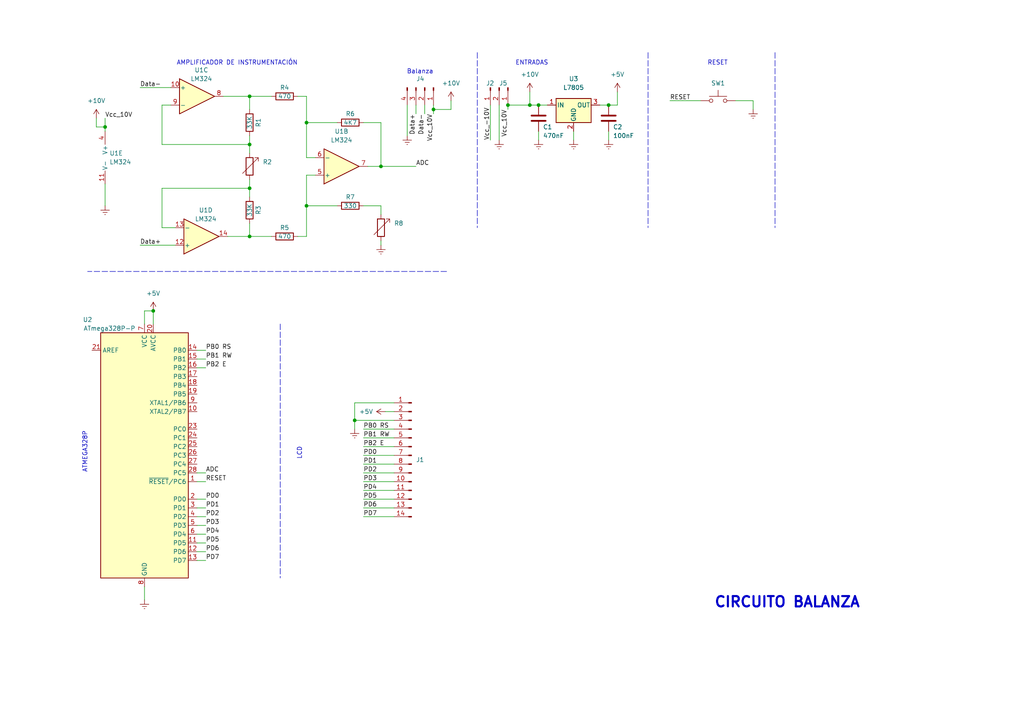
<source format=kicad_sch>
(kicad_sch (version 20211123) (generator eeschema)

  (uuid de137206-697a-493a-821a-4f2b1786071c)

  (paper "A4")

  (lib_symbols
    (symbol "Amplifier_Operational:LM324" (pin_names (offset 0.127)) (in_bom yes) (on_board yes)
      (property "Reference" "U" (id 0) (at 0 5.08 0)
        (effects (font (size 1.27 1.27)) (justify left))
      )
      (property "Value" "LM324" (id 1) (at 0 -5.08 0)
        (effects (font (size 1.27 1.27)) (justify left))
      )
      (property "Footprint" "" (id 2) (at -1.27 2.54 0)
        (effects (font (size 1.27 1.27)) hide)
      )
      (property "Datasheet" "http://www.ti.com/lit/ds/symlink/lm2902-n.pdf" (id 3) (at 1.27 5.08 0)
        (effects (font (size 1.27 1.27)) hide)
      )
      (property "ki_locked" "" (id 4) (at 0 0 0)
        (effects (font (size 1.27 1.27)))
      )
      (property "ki_keywords" "quad opamp" (id 5) (at 0 0 0)
        (effects (font (size 1.27 1.27)) hide)
      )
      (property "ki_description" "Low-Power, Quad-Operational Amplifiers, DIP-14/SOIC-14/SSOP-14" (id 6) (at 0 0 0)
        (effects (font (size 1.27 1.27)) hide)
      )
      (property "ki_fp_filters" "SOIC*3.9x8.7mm*P1.27mm* DIP*W7.62mm* TSSOP*4.4x5mm*P0.65mm* SSOP*5.3x6.2mm*P0.65mm* MSOP*3x3mm*P0.5mm*" (id 7) (at 0 0 0)
        (effects (font (size 1.27 1.27)) hide)
      )
      (symbol "LM324_1_1"
        (polyline
          (pts
            (xy -5.08 5.08)
            (xy 5.08 0)
            (xy -5.08 -5.08)
            (xy -5.08 5.08)
          )
          (stroke (width 0.254) (type default) (color 0 0 0 0))
          (fill (type background))
        )
        (pin output line (at 7.62 0 180) (length 2.54)
          (name "~" (effects (font (size 1.27 1.27))))
          (number "1" (effects (font (size 1.27 1.27))))
        )
        (pin input line (at -7.62 -2.54 0) (length 2.54)
          (name "-" (effects (font (size 1.27 1.27))))
          (number "2" (effects (font (size 1.27 1.27))))
        )
        (pin input line (at -7.62 2.54 0) (length 2.54)
          (name "+" (effects (font (size 1.27 1.27))))
          (number "3" (effects (font (size 1.27 1.27))))
        )
      )
      (symbol "LM324_2_1"
        (polyline
          (pts
            (xy -5.08 5.08)
            (xy 5.08 0)
            (xy -5.08 -5.08)
            (xy -5.08 5.08)
          )
          (stroke (width 0.254) (type default) (color 0 0 0 0))
          (fill (type background))
        )
        (pin input line (at -7.62 2.54 0) (length 2.54)
          (name "+" (effects (font (size 1.27 1.27))))
          (number "5" (effects (font (size 1.27 1.27))))
        )
        (pin input line (at -7.62 -2.54 0) (length 2.54)
          (name "-" (effects (font (size 1.27 1.27))))
          (number "6" (effects (font (size 1.27 1.27))))
        )
        (pin output line (at 7.62 0 180) (length 2.54)
          (name "~" (effects (font (size 1.27 1.27))))
          (number "7" (effects (font (size 1.27 1.27))))
        )
      )
      (symbol "LM324_3_1"
        (polyline
          (pts
            (xy -5.08 5.08)
            (xy 5.08 0)
            (xy -5.08 -5.08)
            (xy -5.08 5.08)
          )
          (stroke (width 0.254) (type default) (color 0 0 0 0))
          (fill (type background))
        )
        (pin input line (at -7.62 2.54 0) (length 2.54)
          (name "+" (effects (font (size 1.27 1.27))))
          (number "10" (effects (font (size 1.27 1.27))))
        )
        (pin output line (at 7.62 0 180) (length 2.54)
          (name "~" (effects (font (size 1.27 1.27))))
          (number "8" (effects (font (size 1.27 1.27))))
        )
        (pin input line (at -7.62 -2.54 0) (length 2.54)
          (name "-" (effects (font (size 1.27 1.27))))
          (number "9" (effects (font (size 1.27 1.27))))
        )
      )
      (symbol "LM324_4_1"
        (polyline
          (pts
            (xy -5.08 5.08)
            (xy 5.08 0)
            (xy -5.08 -5.08)
            (xy -5.08 5.08)
          )
          (stroke (width 0.254) (type default) (color 0 0 0 0))
          (fill (type background))
        )
        (pin input line (at -7.62 2.54 0) (length 2.54)
          (name "+" (effects (font (size 1.27 1.27))))
          (number "12" (effects (font (size 1.27 1.27))))
        )
        (pin input line (at -7.62 -2.54 0) (length 2.54)
          (name "-" (effects (font (size 1.27 1.27))))
          (number "13" (effects (font (size 1.27 1.27))))
        )
        (pin output line (at 7.62 0 180) (length 2.54)
          (name "~" (effects (font (size 1.27 1.27))))
          (number "14" (effects (font (size 1.27 1.27))))
        )
      )
      (symbol "LM324_5_1"
        (pin power_in line (at -2.54 -7.62 90) (length 3.81)
          (name "V-" (effects (font (size 1.27 1.27))))
          (number "11" (effects (font (size 1.27 1.27))))
        )
        (pin power_in line (at -2.54 7.62 270) (length 3.81)
          (name "V+" (effects (font (size 1.27 1.27))))
          (number "4" (effects (font (size 1.27 1.27))))
        )
      )
    )
    (symbol "Connector:Conn_01x01_Male" (pin_names (offset 1.016) hide) (in_bom yes) (on_board yes)
      (property "Reference" "J" (id 0) (at 0 2.54 0)
        (effects (font (size 1.27 1.27)))
      )
      (property "Value" "Conn_01x01_Male" (id 1) (at 0 -2.54 0)
        (effects (font (size 1.27 1.27)))
      )
      (property "Footprint" "" (id 2) (at 0 0 0)
        (effects (font (size 1.27 1.27)) hide)
      )
      (property "Datasheet" "~" (id 3) (at 0 0 0)
        (effects (font (size 1.27 1.27)) hide)
      )
      (property "ki_keywords" "connector" (id 4) (at 0 0 0)
        (effects (font (size 1.27 1.27)) hide)
      )
      (property "ki_description" "Generic connector, single row, 01x01, script generated (kicad-library-utils/schlib/autogen/connector/)" (id 5) (at 0 0 0)
        (effects (font (size 1.27 1.27)) hide)
      )
      (property "ki_fp_filters" "Connector*:*" (id 6) (at 0 0 0)
        (effects (font (size 1.27 1.27)) hide)
      )
      (symbol "Conn_01x01_Male_1_1"
        (polyline
          (pts
            (xy 1.27 0)
            (xy 0.8636 0)
          )
          (stroke (width 0.1524) (type default) (color 0 0 0 0))
          (fill (type none))
        )
        (rectangle (start 0.8636 0.127) (end 0 -0.127)
          (stroke (width 0.1524) (type default) (color 0 0 0 0))
          (fill (type outline))
        )
        (pin passive line (at 5.08 0 180) (length 3.81)
          (name "Pin_1" (effects (font (size 1.27 1.27))))
          (number "1" (effects (font (size 1.27 1.27))))
        )
      )
    )
    (symbol "Connector:Conn_01x02_Male" (pin_names (offset 1.016) hide) (in_bom yes) (on_board yes)
      (property "Reference" "J" (id 0) (at 0 2.54 0)
        (effects (font (size 1.27 1.27)))
      )
      (property "Value" "Conn_01x02_Male" (id 1) (at 0 -5.08 0)
        (effects (font (size 1.27 1.27)))
      )
      (property "Footprint" "" (id 2) (at 0 0 0)
        (effects (font (size 1.27 1.27)) hide)
      )
      (property "Datasheet" "~" (id 3) (at 0 0 0)
        (effects (font (size 1.27 1.27)) hide)
      )
      (property "ki_keywords" "connector" (id 4) (at 0 0 0)
        (effects (font (size 1.27 1.27)) hide)
      )
      (property "ki_description" "Generic connector, single row, 01x02, script generated (kicad-library-utils/schlib/autogen/connector/)" (id 5) (at 0 0 0)
        (effects (font (size 1.27 1.27)) hide)
      )
      (property "ki_fp_filters" "Connector*:*_1x??_*" (id 6) (at 0 0 0)
        (effects (font (size 1.27 1.27)) hide)
      )
      (symbol "Conn_01x02_Male_1_1"
        (polyline
          (pts
            (xy 1.27 -2.54)
            (xy 0.8636 -2.54)
          )
          (stroke (width 0.1524) (type default) (color 0 0 0 0))
          (fill (type none))
        )
        (polyline
          (pts
            (xy 1.27 0)
            (xy 0.8636 0)
          )
          (stroke (width 0.1524) (type default) (color 0 0 0 0))
          (fill (type none))
        )
        (rectangle (start 0.8636 -2.413) (end 0 -2.667)
          (stroke (width 0.1524) (type default) (color 0 0 0 0))
          (fill (type outline))
        )
        (rectangle (start 0.8636 0.127) (end 0 -0.127)
          (stroke (width 0.1524) (type default) (color 0 0 0 0))
          (fill (type outline))
        )
        (pin passive line (at 5.08 0 180) (length 3.81)
          (name "Pin_1" (effects (font (size 1.27 1.27))))
          (number "1" (effects (font (size 1.27 1.27))))
        )
        (pin passive line (at 5.08 -2.54 180) (length 3.81)
          (name "Pin_2" (effects (font (size 1.27 1.27))))
          (number "2" (effects (font (size 1.27 1.27))))
        )
      )
    )
    (symbol "Connector:Conn_01x04_Male" (pin_names (offset 1.016) hide) (in_bom yes) (on_board yes)
      (property "Reference" "J" (id 0) (at 0 5.08 0)
        (effects (font (size 1.27 1.27)))
      )
      (property "Value" "Conn_01x04_Male" (id 1) (at 0 -7.62 0)
        (effects (font (size 1.27 1.27)))
      )
      (property "Footprint" "" (id 2) (at 0 0 0)
        (effects (font (size 1.27 1.27)) hide)
      )
      (property "Datasheet" "~" (id 3) (at 0 0 0)
        (effects (font (size 1.27 1.27)) hide)
      )
      (property "ki_keywords" "connector" (id 4) (at 0 0 0)
        (effects (font (size 1.27 1.27)) hide)
      )
      (property "ki_description" "Generic connector, single row, 01x04, script generated (kicad-library-utils/schlib/autogen/connector/)" (id 5) (at 0 0 0)
        (effects (font (size 1.27 1.27)) hide)
      )
      (property "ki_fp_filters" "Connector*:*_1x??_*" (id 6) (at 0 0 0)
        (effects (font (size 1.27 1.27)) hide)
      )
      (symbol "Conn_01x04_Male_1_1"
        (polyline
          (pts
            (xy 1.27 -5.08)
            (xy 0.8636 -5.08)
          )
          (stroke (width 0.1524) (type default) (color 0 0 0 0))
          (fill (type none))
        )
        (polyline
          (pts
            (xy 1.27 -2.54)
            (xy 0.8636 -2.54)
          )
          (stroke (width 0.1524) (type default) (color 0 0 0 0))
          (fill (type none))
        )
        (polyline
          (pts
            (xy 1.27 0)
            (xy 0.8636 0)
          )
          (stroke (width 0.1524) (type default) (color 0 0 0 0))
          (fill (type none))
        )
        (polyline
          (pts
            (xy 1.27 2.54)
            (xy 0.8636 2.54)
          )
          (stroke (width 0.1524) (type default) (color 0 0 0 0))
          (fill (type none))
        )
        (rectangle (start 0.8636 -4.953) (end 0 -5.207)
          (stroke (width 0.1524) (type default) (color 0 0 0 0))
          (fill (type outline))
        )
        (rectangle (start 0.8636 -2.413) (end 0 -2.667)
          (stroke (width 0.1524) (type default) (color 0 0 0 0))
          (fill (type outline))
        )
        (rectangle (start 0.8636 0.127) (end 0 -0.127)
          (stroke (width 0.1524) (type default) (color 0 0 0 0))
          (fill (type outline))
        )
        (rectangle (start 0.8636 2.667) (end 0 2.413)
          (stroke (width 0.1524) (type default) (color 0 0 0 0))
          (fill (type outline))
        )
        (pin passive line (at 5.08 2.54 180) (length 3.81)
          (name "Pin_1" (effects (font (size 1.27 1.27))))
          (number "1" (effects (font (size 1.27 1.27))))
        )
        (pin passive line (at 5.08 0 180) (length 3.81)
          (name "Pin_2" (effects (font (size 1.27 1.27))))
          (number "2" (effects (font (size 1.27 1.27))))
        )
        (pin passive line (at 5.08 -2.54 180) (length 3.81)
          (name "Pin_3" (effects (font (size 1.27 1.27))))
          (number "3" (effects (font (size 1.27 1.27))))
        )
        (pin passive line (at 5.08 -5.08 180) (length 3.81)
          (name "Pin_4" (effects (font (size 1.27 1.27))))
          (number "4" (effects (font (size 1.27 1.27))))
        )
      )
    )
    (symbol "Connector:Conn_01x14_Male" (pin_names (offset 1.016) hide) (in_bom yes) (on_board yes)
      (property "Reference" "J" (id 0) (at 0 17.78 0)
        (effects (font (size 1.27 1.27)))
      )
      (property "Value" "Conn_01x14_Male" (id 1) (at 0 -20.32 0)
        (effects (font (size 1.27 1.27)))
      )
      (property "Footprint" "" (id 2) (at 0 0 0)
        (effects (font (size 1.27 1.27)) hide)
      )
      (property "Datasheet" "~" (id 3) (at 0 0 0)
        (effects (font (size 1.27 1.27)) hide)
      )
      (property "ki_keywords" "connector" (id 4) (at 0 0 0)
        (effects (font (size 1.27 1.27)) hide)
      )
      (property "ki_description" "Generic connector, single row, 01x14, script generated (kicad-library-utils/schlib/autogen/connector/)" (id 5) (at 0 0 0)
        (effects (font (size 1.27 1.27)) hide)
      )
      (property "ki_fp_filters" "Connector*:*_1x??_*" (id 6) (at 0 0 0)
        (effects (font (size 1.27 1.27)) hide)
      )
      (symbol "Conn_01x14_Male_1_1"
        (polyline
          (pts
            (xy 1.27 -17.78)
            (xy 0.8636 -17.78)
          )
          (stroke (width 0.1524) (type default) (color 0 0 0 0))
          (fill (type none))
        )
        (polyline
          (pts
            (xy 1.27 -15.24)
            (xy 0.8636 -15.24)
          )
          (stroke (width 0.1524) (type default) (color 0 0 0 0))
          (fill (type none))
        )
        (polyline
          (pts
            (xy 1.27 -12.7)
            (xy 0.8636 -12.7)
          )
          (stroke (width 0.1524) (type default) (color 0 0 0 0))
          (fill (type none))
        )
        (polyline
          (pts
            (xy 1.27 -10.16)
            (xy 0.8636 -10.16)
          )
          (stroke (width 0.1524) (type default) (color 0 0 0 0))
          (fill (type none))
        )
        (polyline
          (pts
            (xy 1.27 -7.62)
            (xy 0.8636 -7.62)
          )
          (stroke (width 0.1524) (type default) (color 0 0 0 0))
          (fill (type none))
        )
        (polyline
          (pts
            (xy 1.27 -5.08)
            (xy 0.8636 -5.08)
          )
          (stroke (width 0.1524) (type default) (color 0 0 0 0))
          (fill (type none))
        )
        (polyline
          (pts
            (xy 1.27 -2.54)
            (xy 0.8636 -2.54)
          )
          (stroke (width 0.1524) (type default) (color 0 0 0 0))
          (fill (type none))
        )
        (polyline
          (pts
            (xy 1.27 0)
            (xy 0.8636 0)
          )
          (stroke (width 0.1524) (type default) (color 0 0 0 0))
          (fill (type none))
        )
        (polyline
          (pts
            (xy 1.27 2.54)
            (xy 0.8636 2.54)
          )
          (stroke (width 0.1524) (type default) (color 0 0 0 0))
          (fill (type none))
        )
        (polyline
          (pts
            (xy 1.27 5.08)
            (xy 0.8636 5.08)
          )
          (stroke (width 0.1524) (type default) (color 0 0 0 0))
          (fill (type none))
        )
        (polyline
          (pts
            (xy 1.27 7.62)
            (xy 0.8636 7.62)
          )
          (stroke (width 0.1524) (type default) (color 0 0 0 0))
          (fill (type none))
        )
        (polyline
          (pts
            (xy 1.27 10.16)
            (xy 0.8636 10.16)
          )
          (stroke (width 0.1524) (type default) (color 0 0 0 0))
          (fill (type none))
        )
        (polyline
          (pts
            (xy 1.27 12.7)
            (xy 0.8636 12.7)
          )
          (stroke (width 0.1524) (type default) (color 0 0 0 0))
          (fill (type none))
        )
        (polyline
          (pts
            (xy 1.27 15.24)
            (xy 0.8636 15.24)
          )
          (stroke (width 0.1524) (type default) (color 0 0 0 0))
          (fill (type none))
        )
        (rectangle (start 0.8636 -17.653) (end 0 -17.907)
          (stroke (width 0.1524) (type default) (color 0 0 0 0))
          (fill (type outline))
        )
        (rectangle (start 0.8636 -15.113) (end 0 -15.367)
          (stroke (width 0.1524) (type default) (color 0 0 0 0))
          (fill (type outline))
        )
        (rectangle (start 0.8636 -12.573) (end 0 -12.827)
          (stroke (width 0.1524) (type default) (color 0 0 0 0))
          (fill (type outline))
        )
        (rectangle (start 0.8636 -10.033) (end 0 -10.287)
          (stroke (width 0.1524) (type default) (color 0 0 0 0))
          (fill (type outline))
        )
        (rectangle (start 0.8636 -7.493) (end 0 -7.747)
          (stroke (width 0.1524) (type default) (color 0 0 0 0))
          (fill (type outline))
        )
        (rectangle (start 0.8636 -4.953) (end 0 -5.207)
          (stroke (width 0.1524) (type default) (color 0 0 0 0))
          (fill (type outline))
        )
        (rectangle (start 0.8636 -2.413) (end 0 -2.667)
          (stroke (width 0.1524) (type default) (color 0 0 0 0))
          (fill (type outline))
        )
        (rectangle (start 0.8636 0.127) (end 0 -0.127)
          (stroke (width 0.1524) (type default) (color 0 0 0 0))
          (fill (type outline))
        )
        (rectangle (start 0.8636 2.667) (end 0 2.413)
          (stroke (width 0.1524) (type default) (color 0 0 0 0))
          (fill (type outline))
        )
        (rectangle (start 0.8636 5.207) (end 0 4.953)
          (stroke (width 0.1524) (type default) (color 0 0 0 0))
          (fill (type outline))
        )
        (rectangle (start 0.8636 7.747) (end 0 7.493)
          (stroke (width 0.1524) (type default) (color 0 0 0 0))
          (fill (type outline))
        )
        (rectangle (start 0.8636 10.287) (end 0 10.033)
          (stroke (width 0.1524) (type default) (color 0 0 0 0))
          (fill (type outline))
        )
        (rectangle (start 0.8636 12.827) (end 0 12.573)
          (stroke (width 0.1524) (type default) (color 0 0 0 0))
          (fill (type outline))
        )
        (rectangle (start 0.8636 15.367) (end 0 15.113)
          (stroke (width 0.1524) (type default) (color 0 0 0 0))
          (fill (type outline))
        )
        (pin passive line (at 5.08 15.24 180) (length 3.81)
          (name "Pin_1" (effects (font (size 1.27 1.27))))
          (number "1" (effects (font (size 1.27 1.27))))
        )
        (pin passive line (at 5.08 -7.62 180) (length 3.81)
          (name "Pin_10" (effects (font (size 1.27 1.27))))
          (number "10" (effects (font (size 1.27 1.27))))
        )
        (pin passive line (at 5.08 -10.16 180) (length 3.81)
          (name "Pin_11" (effects (font (size 1.27 1.27))))
          (number "11" (effects (font (size 1.27 1.27))))
        )
        (pin passive line (at 5.08 -12.7 180) (length 3.81)
          (name "Pin_12" (effects (font (size 1.27 1.27))))
          (number "12" (effects (font (size 1.27 1.27))))
        )
        (pin passive line (at 5.08 -15.24 180) (length 3.81)
          (name "Pin_13" (effects (font (size 1.27 1.27))))
          (number "13" (effects (font (size 1.27 1.27))))
        )
        (pin passive line (at 5.08 -17.78 180) (length 3.81)
          (name "Pin_14" (effects (font (size 1.27 1.27))))
          (number "14" (effects (font (size 1.27 1.27))))
        )
        (pin passive line (at 5.08 12.7 180) (length 3.81)
          (name "Pin_2" (effects (font (size 1.27 1.27))))
          (number "2" (effects (font (size 1.27 1.27))))
        )
        (pin passive line (at 5.08 10.16 180) (length 3.81)
          (name "Pin_3" (effects (font (size 1.27 1.27))))
          (number "3" (effects (font (size 1.27 1.27))))
        )
        (pin passive line (at 5.08 7.62 180) (length 3.81)
          (name "Pin_4" (effects (font (size 1.27 1.27))))
          (number "4" (effects (font (size 1.27 1.27))))
        )
        (pin passive line (at 5.08 5.08 180) (length 3.81)
          (name "Pin_5" (effects (font (size 1.27 1.27))))
          (number "5" (effects (font (size 1.27 1.27))))
        )
        (pin passive line (at 5.08 2.54 180) (length 3.81)
          (name "Pin_6" (effects (font (size 1.27 1.27))))
          (number "6" (effects (font (size 1.27 1.27))))
        )
        (pin passive line (at 5.08 0 180) (length 3.81)
          (name "Pin_7" (effects (font (size 1.27 1.27))))
          (number "7" (effects (font (size 1.27 1.27))))
        )
        (pin passive line (at 5.08 -2.54 180) (length 3.81)
          (name "Pin_8" (effects (font (size 1.27 1.27))))
          (number "8" (effects (font (size 1.27 1.27))))
        )
        (pin passive line (at 5.08 -5.08 180) (length 3.81)
          (name "Pin_9" (effects (font (size 1.27 1.27))))
          (number "9" (effects (font (size 1.27 1.27))))
        )
      )
    )
    (symbol "Device:C" (pin_numbers hide) (pin_names (offset 0.254)) (in_bom yes) (on_board yes)
      (property "Reference" "C" (id 0) (at 0.635 2.54 0)
        (effects (font (size 1.27 1.27)) (justify left))
      )
      (property "Value" "C" (id 1) (at 0.635 -2.54 0)
        (effects (font (size 1.27 1.27)) (justify left))
      )
      (property "Footprint" "" (id 2) (at 0.9652 -3.81 0)
        (effects (font (size 1.27 1.27)) hide)
      )
      (property "Datasheet" "~" (id 3) (at 0 0 0)
        (effects (font (size 1.27 1.27)) hide)
      )
      (property "ki_keywords" "cap capacitor" (id 4) (at 0 0 0)
        (effects (font (size 1.27 1.27)) hide)
      )
      (property "ki_description" "Unpolarized capacitor" (id 5) (at 0 0 0)
        (effects (font (size 1.27 1.27)) hide)
      )
      (property "ki_fp_filters" "C_*" (id 6) (at 0 0 0)
        (effects (font (size 1.27 1.27)) hide)
      )
      (symbol "C_0_1"
        (polyline
          (pts
            (xy -2.032 -0.762)
            (xy 2.032 -0.762)
          )
          (stroke (width 0.508) (type default) (color 0 0 0 0))
          (fill (type none))
        )
        (polyline
          (pts
            (xy -2.032 0.762)
            (xy 2.032 0.762)
          )
          (stroke (width 0.508) (type default) (color 0 0 0 0))
          (fill (type none))
        )
      )
      (symbol "C_1_1"
        (pin passive line (at 0 3.81 270) (length 2.794)
          (name "~" (effects (font (size 1.27 1.27))))
          (number "1" (effects (font (size 1.27 1.27))))
        )
        (pin passive line (at 0 -3.81 90) (length 2.794)
          (name "~" (effects (font (size 1.27 1.27))))
          (number "2" (effects (font (size 1.27 1.27))))
        )
      )
    )
    (symbol "Device:R" (pin_numbers hide) (pin_names (offset 0)) (in_bom yes) (on_board yes)
      (property "Reference" "R" (id 0) (at 2.032 0 90)
        (effects (font (size 1.27 1.27)))
      )
      (property "Value" "R" (id 1) (at 0 0 90)
        (effects (font (size 1.27 1.27)))
      )
      (property "Footprint" "" (id 2) (at -1.778 0 90)
        (effects (font (size 1.27 1.27)) hide)
      )
      (property "Datasheet" "~" (id 3) (at 0 0 0)
        (effects (font (size 1.27 1.27)) hide)
      )
      (property "ki_keywords" "R res resistor" (id 4) (at 0 0 0)
        (effects (font (size 1.27 1.27)) hide)
      )
      (property "ki_description" "Resistor" (id 5) (at 0 0 0)
        (effects (font (size 1.27 1.27)) hide)
      )
      (property "ki_fp_filters" "R_*" (id 6) (at 0 0 0)
        (effects (font (size 1.27 1.27)) hide)
      )
      (symbol "R_0_1"
        (rectangle (start -1.016 -2.54) (end 1.016 2.54)
          (stroke (width 0.254) (type default) (color 0 0 0 0))
          (fill (type none))
        )
      )
      (symbol "R_1_1"
        (pin passive line (at 0 3.81 270) (length 1.27)
          (name "~" (effects (font (size 1.27 1.27))))
          (number "1" (effects (font (size 1.27 1.27))))
        )
        (pin passive line (at 0 -3.81 90) (length 1.27)
          (name "~" (effects (font (size 1.27 1.27))))
          (number "2" (effects (font (size 1.27 1.27))))
        )
      )
    )
    (symbol "Device:R_Variable" (pin_numbers hide) (pin_names (offset 0)) (in_bom yes) (on_board yes)
      (property "Reference" "R" (id 0) (at 2.54 -2.54 90)
        (effects (font (size 1.27 1.27)) (justify left))
      )
      (property "Value" "R_Variable" (id 1) (at -2.54 -1.27 90)
        (effects (font (size 1.27 1.27)) (justify left))
      )
      (property "Footprint" "" (id 2) (at -1.778 0 90)
        (effects (font (size 1.27 1.27)) hide)
      )
      (property "Datasheet" "~" (id 3) (at 0 0 0)
        (effects (font (size 1.27 1.27)) hide)
      )
      (property "ki_keywords" "R res resistor variable potentiometer rheostat" (id 4) (at 0 0 0)
        (effects (font (size 1.27 1.27)) hide)
      )
      (property "ki_description" "Variable resistor" (id 5) (at 0 0 0)
        (effects (font (size 1.27 1.27)) hide)
      )
      (property "ki_fp_filters" "R_*" (id 6) (at 0 0 0)
        (effects (font (size 1.27 1.27)) hide)
      )
      (symbol "R_Variable_0_1"
        (rectangle (start -1.016 -2.54) (end 1.016 2.54)
          (stroke (width 0.254) (type default) (color 0 0 0 0))
          (fill (type none))
        )
        (polyline
          (pts
            (xy 2.54 1.524)
            (xy 2.54 2.54)
            (xy 1.524 2.54)
            (xy 2.54 2.54)
            (xy -2.032 -2.032)
          )
          (stroke (width 0) (type default) (color 0 0 0 0))
          (fill (type none))
        )
      )
      (symbol "R_Variable_1_1"
        (pin passive line (at 0 3.81 270) (length 1.27)
          (name "~" (effects (font (size 1.27 1.27))))
          (number "1" (effects (font (size 1.27 1.27))))
        )
        (pin passive line (at 0 -3.81 90) (length 1.27)
          (name "~" (effects (font (size 1.27 1.27))))
          (number "2" (effects (font (size 1.27 1.27))))
        )
      )
    )
    (symbol "MCU_Microchip_ATmega:ATmega328P-P" (in_bom yes) (on_board yes)
      (property "Reference" "U" (id 0) (at -12.7 36.83 0)
        (effects (font (size 1.27 1.27)) (justify left bottom))
      )
      (property "Value" "ATmega328P-P" (id 1) (at 2.54 -36.83 0)
        (effects (font (size 1.27 1.27)) (justify left top))
      )
      (property "Footprint" "Package_DIP:DIP-28_W7.62mm" (id 2) (at 0 0 0)
        (effects (font (size 1.27 1.27) italic) hide)
      )
      (property "Datasheet" "http://ww1.microchip.com/downloads/en/DeviceDoc/ATmega328_P%20AVR%20MCU%20with%20picoPower%20Technology%20Data%20Sheet%2040001984A.pdf" (id 3) (at 0 0 0)
        (effects (font (size 1.27 1.27)) hide)
      )
      (property "ki_keywords" "AVR 8bit Microcontroller MegaAVR PicoPower" (id 4) (at 0 0 0)
        (effects (font (size 1.27 1.27)) hide)
      )
      (property "ki_description" "20MHz, 32kB Flash, 2kB SRAM, 1kB EEPROM, DIP-28" (id 5) (at 0 0 0)
        (effects (font (size 1.27 1.27)) hide)
      )
      (property "ki_fp_filters" "DIP*W7.62mm*" (id 6) (at 0 0 0)
        (effects (font (size 1.27 1.27)) hide)
      )
      (symbol "ATmega328P-P_0_1"
        (rectangle (start -12.7 -35.56) (end 12.7 35.56)
          (stroke (width 0.254) (type default) (color 0 0 0 0))
          (fill (type background))
        )
      )
      (symbol "ATmega328P-P_1_1"
        (pin bidirectional line (at 15.24 -7.62 180) (length 2.54)
          (name "~{RESET}/PC6" (effects (font (size 1.27 1.27))))
          (number "1" (effects (font (size 1.27 1.27))))
        )
        (pin bidirectional line (at 15.24 12.7 180) (length 2.54)
          (name "XTAL2/PB7" (effects (font (size 1.27 1.27))))
          (number "10" (effects (font (size 1.27 1.27))))
        )
        (pin bidirectional line (at 15.24 -25.4 180) (length 2.54)
          (name "PD5" (effects (font (size 1.27 1.27))))
          (number "11" (effects (font (size 1.27 1.27))))
        )
        (pin bidirectional line (at 15.24 -27.94 180) (length 2.54)
          (name "PD6" (effects (font (size 1.27 1.27))))
          (number "12" (effects (font (size 1.27 1.27))))
        )
        (pin bidirectional line (at 15.24 -30.48 180) (length 2.54)
          (name "PD7" (effects (font (size 1.27 1.27))))
          (number "13" (effects (font (size 1.27 1.27))))
        )
        (pin bidirectional line (at 15.24 30.48 180) (length 2.54)
          (name "PB0" (effects (font (size 1.27 1.27))))
          (number "14" (effects (font (size 1.27 1.27))))
        )
        (pin bidirectional line (at 15.24 27.94 180) (length 2.54)
          (name "PB1" (effects (font (size 1.27 1.27))))
          (number "15" (effects (font (size 1.27 1.27))))
        )
        (pin bidirectional line (at 15.24 25.4 180) (length 2.54)
          (name "PB2" (effects (font (size 1.27 1.27))))
          (number "16" (effects (font (size 1.27 1.27))))
        )
        (pin bidirectional line (at 15.24 22.86 180) (length 2.54)
          (name "PB3" (effects (font (size 1.27 1.27))))
          (number "17" (effects (font (size 1.27 1.27))))
        )
        (pin bidirectional line (at 15.24 20.32 180) (length 2.54)
          (name "PB4" (effects (font (size 1.27 1.27))))
          (number "18" (effects (font (size 1.27 1.27))))
        )
        (pin bidirectional line (at 15.24 17.78 180) (length 2.54)
          (name "PB5" (effects (font (size 1.27 1.27))))
          (number "19" (effects (font (size 1.27 1.27))))
        )
        (pin bidirectional line (at 15.24 -12.7 180) (length 2.54)
          (name "PD0" (effects (font (size 1.27 1.27))))
          (number "2" (effects (font (size 1.27 1.27))))
        )
        (pin power_in line (at 2.54 38.1 270) (length 2.54)
          (name "AVCC" (effects (font (size 1.27 1.27))))
          (number "20" (effects (font (size 1.27 1.27))))
        )
        (pin passive line (at -15.24 30.48 0) (length 2.54)
          (name "AREF" (effects (font (size 1.27 1.27))))
          (number "21" (effects (font (size 1.27 1.27))))
        )
        (pin passive line (at 0 -38.1 90) (length 2.54) hide
          (name "GND" (effects (font (size 1.27 1.27))))
          (number "22" (effects (font (size 1.27 1.27))))
        )
        (pin bidirectional line (at 15.24 7.62 180) (length 2.54)
          (name "PC0" (effects (font (size 1.27 1.27))))
          (number "23" (effects (font (size 1.27 1.27))))
        )
        (pin bidirectional line (at 15.24 5.08 180) (length 2.54)
          (name "PC1" (effects (font (size 1.27 1.27))))
          (number "24" (effects (font (size 1.27 1.27))))
        )
        (pin bidirectional line (at 15.24 2.54 180) (length 2.54)
          (name "PC2" (effects (font (size 1.27 1.27))))
          (number "25" (effects (font (size 1.27 1.27))))
        )
        (pin bidirectional line (at 15.24 0 180) (length 2.54)
          (name "PC3" (effects (font (size 1.27 1.27))))
          (number "26" (effects (font (size 1.27 1.27))))
        )
        (pin bidirectional line (at 15.24 -2.54 180) (length 2.54)
          (name "PC4" (effects (font (size 1.27 1.27))))
          (number "27" (effects (font (size 1.27 1.27))))
        )
        (pin bidirectional line (at 15.24 -5.08 180) (length 2.54)
          (name "PC5" (effects (font (size 1.27 1.27))))
          (number "28" (effects (font (size 1.27 1.27))))
        )
        (pin bidirectional line (at 15.24 -15.24 180) (length 2.54)
          (name "PD1" (effects (font (size 1.27 1.27))))
          (number "3" (effects (font (size 1.27 1.27))))
        )
        (pin bidirectional line (at 15.24 -17.78 180) (length 2.54)
          (name "PD2" (effects (font (size 1.27 1.27))))
          (number "4" (effects (font (size 1.27 1.27))))
        )
        (pin bidirectional line (at 15.24 -20.32 180) (length 2.54)
          (name "PD3" (effects (font (size 1.27 1.27))))
          (number "5" (effects (font (size 1.27 1.27))))
        )
        (pin bidirectional line (at 15.24 -22.86 180) (length 2.54)
          (name "PD4" (effects (font (size 1.27 1.27))))
          (number "6" (effects (font (size 1.27 1.27))))
        )
        (pin power_in line (at 0 38.1 270) (length 2.54)
          (name "VCC" (effects (font (size 1.27 1.27))))
          (number "7" (effects (font (size 1.27 1.27))))
        )
        (pin power_in line (at 0 -38.1 90) (length 2.54)
          (name "GND" (effects (font (size 1.27 1.27))))
          (number "8" (effects (font (size 1.27 1.27))))
        )
        (pin bidirectional line (at 15.24 15.24 180) (length 2.54)
          (name "XTAL1/PB6" (effects (font (size 1.27 1.27))))
          (number "9" (effects (font (size 1.27 1.27))))
        )
      )
    )
    (symbol "Regulator_Linear:L7805" (pin_names (offset 0.254)) (in_bom yes) (on_board yes)
      (property "Reference" "U" (id 0) (at -3.81 3.175 0)
        (effects (font (size 1.27 1.27)))
      )
      (property "Value" "L7805" (id 1) (at 0 3.175 0)
        (effects (font (size 1.27 1.27)) (justify left))
      )
      (property "Footprint" "" (id 2) (at 0.635 -3.81 0)
        (effects (font (size 1.27 1.27) italic) (justify left) hide)
      )
      (property "Datasheet" "http://www.st.com/content/ccc/resource/technical/document/datasheet/41/4f/b3/b0/12/d4/47/88/CD00000444.pdf/files/CD00000444.pdf/jcr:content/translations/en.CD00000444.pdf" (id 3) (at 0 -1.27 0)
        (effects (font (size 1.27 1.27)) hide)
      )
      (property "ki_keywords" "Voltage Regulator 1.5A Positive" (id 4) (at 0 0 0)
        (effects (font (size 1.27 1.27)) hide)
      )
      (property "ki_description" "Positive 1.5A 35V Linear Regulator, Fixed Output 5V, TO-220/TO-263/TO-252" (id 5) (at 0 0 0)
        (effects (font (size 1.27 1.27)) hide)
      )
      (property "ki_fp_filters" "TO?252* TO?263* TO?220*" (id 6) (at 0 0 0)
        (effects (font (size 1.27 1.27)) hide)
      )
      (symbol "L7805_0_1"
        (rectangle (start -5.08 1.905) (end 5.08 -5.08)
          (stroke (width 0.254) (type default) (color 0 0 0 0))
          (fill (type background))
        )
      )
      (symbol "L7805_1_1"
        (pin power_in line (at -7.62 0 0) (length 2.54)
          (name "IN" (effects (font (size 1.27 1.27))))
          (number "1" (effects (font (size 1.27 1.27))))
        )
        (pin power_in line (at 0 -7.62 90) (length 2.54)
          (name "GND" (effects (font (size 1.27 1.27))))
          (number "2" (effects (font (size 1.27 1.27))))
        )
        (pin power_out line (at 7.62 0 180) (length 2.54)
          (name "OUT" (effects (font (size 1.27 1.27))))
          (number "3" (effects (font (size 1.27 1.27))))
        )
      )
    )
    (symbol "Switch:SW_Push" (pin_numbers hide) (pin_names (offset 1.016) hide) (in_bom yes) (on_board yes)
      (property "Reference" "SW" (id 0) (at 1.27 2.54 0)
        (effects (font (size 1.27 1.27)) (justify left))
      )
      (property "Value" "SW_Push" (id 1) (at 0 -1.524 0)
        (effects (font (size 1.27 1.27)))
      )
      (property "Footprint" "" (id 2) (at 0 5.08 0)
        (effects (font (size 1.27 1.27)) hide)
      )
      (property "Datasheet" "~" (id 3) (at 0 5.08 0)
        (effects (font (size 1.27 1.27)) hide)
      )
      (property "ki_keywords" "switch normally-open pushbutton push-button" (id 4) (at 0 0 0)
        (effects (font (size 1.27 1.27)) hide)
      )
      (property "ki_description" "Push button switch, generic, two pins" (id 5) (at 0 0 0)
        (effects (font (size 1.27 1.27)) hide)
      )
      (symbol "SW_Push_0_1"
        (circle (center -2.032 0) (radius 0.508)
          (stroke (width 0) (type default) (color 0 0 0 0))
          (fill (type none))
        )
        (polyline
          (pts
            (xy 0 1.27)
            (xy 0 3.048)
          )
          (stroke (width 0) (type default) (color 0 0 0 0))
          (fill (type none))
        )
        (polyline
          (pts
            (xy 2.54 1.27)
            (xy -2.54 1.27)
          )
          (stroke (width 0) (type default) (color 0 0 0 0))
          (fill (type none))
        )
        (circle (center 2.032 0) (radius 0.508)
          (stroke (width 0) (type default) (color 0 0 0 0))
          (fill (type none))
        )
        (pin passive line (at -5.08 0 0) (length 2.54)
          (name "1" (effects (font (size 1.27 1.27))))
          (number "1" (effects (font (size 1.27 1.27))))
        )
        (pin passive line (at 5.08 0 180) (length 2.54)
          (name "2" (effects (font (size 1.27 1.27))))
          (number "2" (effects (font (size 1.27 1.27))))
        )
      )
    )
    (symbol "power:+10V" (power) (pin_names (offset 0)) (in_bom yes) (on_board yes)
      (property "Reference" "#PWR" (id 0) (at 0 -3.81 0)
        (effects (font (size 1.27 1.27)) hide)
      )
      (property "Value" "+10V" (id 1) (at 0 3.556 0)
        (effects (font (size 1.27 1.27)))
      )
      (property "Footprint" "" (id 2) (at 0 0 0)
        (effects (font (size 1.27 1.27)) hide)
      )
      (property "Datasheet" "" (id 3) (at 0 0 0)
        (effects (font (size 1.27 1.27)) hide)
      )
      (property "ki_keywords" "power-flag" (id 4) (at 0 0 0)
        (effects (font (size 1.27 1.27)) hide)
      )
      (property "ki_description" "Power symbol creates a global label with name \"+10V\"" (id 5) (at 0 0 0)
        (effects (font (size 1.27 1.27)) hide)
      )
      (symbol "+10V_0_1"
        (polyline
          (pts
            (xy -0.762 1.27)
            (xy 0 2.54)
          )
          (stroke (width 0) (type default) (color 0 0 0 0))
          (fill (type none))
        )
        (polyline
          (pts
            (xy 0 0)
            (xy 0 2.54)
          )
          (stroke (width 0) (type default) (color 0 0 0 0))
          (fill (type none))
        )
        (polyline
          (pts
            (xy 0 2.54)
            (xy 0.762 1.27)
          )
          (stroke (width 0) (type default) (color 0 0 0 0))
          (fill (type none))
        )
      )
      (symbol "+10V_1_1"
        (pin power_in line (at 0 0 90) (length 0) hide
          (name "+10V" (effects (font (size 1.27 1.27))))
          (number "1" (effects (font (size 1.27 1.27))))
        )
      )
    )
    (symbol "power:+5V" (power) (pin_names (offset 0)) (in_bom yes) (on_board yes)
      (property "Reference" "#PWR" (id 0) (at 0 -3.81 0)
        (effects (font (size 1.27 1.27)) hide)
      )
      (property "Value" "+5V" (id 1) (at 0 3.556 0)
        (effects (font (size 1.27 1.27)))
      )
      (property "Footprint" "" (id 2) (at 0 0 0)
        (effects (font (size 1.27 1.27)) hide)
      )
      (property "Datasheet" "" (id 3) (at 0 0 0)
        (effects (font (size 1.27 1.27)) hide)
      )
      (property "ki_keywords" "power-flag" (id 4) (at 0 0 0)
        (effects (font (size 1.27 1.27)) hide)
      )
      (property "ki_description" "Power symbol creates a global label with name \"+5V\"" (id 5) (at 0 0 0)
        (effects (font (size 1.27 1.27)) hide)
      )
      (symbol "+5V_0_1"
        (polyline
          (pts
            (xy -0.762 1.27)
            (xy 0 2.54)
          )
          (stroke (width 0) (type default) (color 0 0 0 0))
          (fill (type none))
        )
        (polyline
          (pts
            (xy 0 0)
            (xy 0 2.54)
          )
          (stroke (width 0) (type default) (color 0 0 0 0))
          (fill (type none))
        )
        (polyline
          (pts
            (xy 0 2.54)
            (xy 0.762 1.27)
          )
          (stroke (width 0) (type default) (color 0 0 0 0))
          (fill (type none))
        )
      )
      (symbol "+5V_1_1"
        (pin power_in line (at 0 0 90) (length 0) hide
          (name "+5V" (effects (font (size 1.27 1.27))))
          (number "1" (effects (font (size 1.27 1.27))))
        )
      )
    )
    (symbol "power:Earth" (power) (pin_names (offset 0)) (in_bom yes) (on_board yes)
      (property "Reference" "#PWR" (id 0) (at 0 -6.35 0)
        (effects (font (size 1.27 1.27)) hide)
      )
      (property "Value" "Earth" (id 1) (at 0 -3.81 0)
        (effects (font (size 1.27 1.27)) hide)
      )
      (property "Footprint" "" (id 2) (at 0 0 0)
        (effects (font (size 1.27 1.27)) hide)
      )
      (property "Datasheet" "~" (id 3) (at 0 0 0)
        (effects (font (size 1.27 1.27)) hide)
      )
      (property "ki_keywords" "power-flag ground gnd" (id 4) (at 0 0 0)
        (effects (font (size 1.27 1.27)) hide)
      )
      (property "ki_description" "Power symbol creates a global label with name \"Earth\"" (id 5) (at 0 0 0)
        (effects (font (size 1.27 1.27)) hide)
      )
      (symbol "Earth_0_1"
        (polyline
          (pts
            (xy -0.635 -1.905)
            (xy 0.635 -1.905)
          )
          (stroke (width 0) (type default) (color 0 0 0 0))
          (fill (type none))
        )
        (polyline
          (pts
            (xy -0.127 -2.54)
            (xy 0.127 -2.54)
          )
          (stroke (width 0) (type default) (color 0 0 0 0))
          (fill (type none))
        )
        (polyline
          (pts
            (xy 0 -1.27)
            (xy 0 0)
          )
          (stroke (width 0) (type default) (color 0 0 0 0))
          (fill (type none))
        )
        (polyline
          (pts
            (xy 1.27 -1.27)
            (xy -1.27 -1.27)
          )
          (stroke (width 0) (type default) (color 0 0 0 0))
          (fill (type none))
        )
      )
      (symbol "Earth_1_1"
        (pin power_in line (at 0 0 270) (length 0) hide
          (name "Earth" (effects (font (size 1.27 1.27))))
          (number "1" (effects (font (size 1.27 1.27))))
        )
      )
    )
  )

  (junction (at 88.9 59.69) (diameter 0) (color 0 0 0 0)
    (uuid 1501b4ff-ee22-43fd-9be3-3ff73a0933b6)
  )
  (junction (at 110.49 48.26) (diameter 0) (color 0 0 0 0)
    (uuid 2042eef3-97a5-4ab2-a044-86367c9a6e8b)
  )
  (junction (at 102.87 121.92) (diameter 0) (color 0 0 0 0)
    (uuid 3746d804-046a-4a1e-b4ef-3c764a77f738)
  )
  (junction (at 72.39 68.58) (diameter 0) (color 0 0 0 0)
    (uuid 58b60662-9a32-4d87-a7e5-f6304953ce86)
  )
  (junction (at 153.67 30.48) (diameter 0) (color 0 0 0 0)
    (uuid 5fb7e267-967f-4f89-a1fe-8c57b47f428d)
  )
  (junction (at 44.45 90.17) (diameter 0) (color 0 0 0 0)
    (uuid 7debdbf3-47cd-4329-99ed-4b9d923b1072)
  )
  (junction (at 72.39 27.94) (diameter 0) (color 0 0 0 0)
    (uuid 80348bb5-088a-4504-98d2-7d9b37cd910d)
  )
  (junction (at 176.53 30.48) (diameter 0) (color 0 0 0 0)
    (uuid 8cba254e-7a97-4977-9d93-d4657efc015a)
  )
  (junction (at 72.39 54.61) (diameter 0) (color 0 0 0 0)
    (uuid 9aff0015-f818-4bc2-ac3f-32987c5674e3)
  )
  (junction (at 125.73 31.75) (diameter 0) (color 0 0 0 0)
    (uuid 9f2ff32d-9ef1-4e10-8e12-34f6524def3a)
  )
  (junction (at 156.21 30.48) (diameter 0) (color 0 0 0 0)
    (uuid b5558572-748c-426f-b5e4-65253c811b9c)
  )
  (junction (at 147.32 30.48) (diameter 0) (color 0 0 0 0)
    (uuid c07b9925-b2fe-4de0-9ec0-bf22be73a126)
  )
  (junction (at 72.39 41.91) (diameter 0) (color 0 0 0 0)
    (uuid ce64222e-d546-4b58-8ad9-cceb972fe9cd)
  )
  (junction (at 88.9 35.56) (diameter 0) (color 0 0 0 0)
    (uuid cffe4180-4be2-40ff-b777-13faa77096f7)
  )
  (junction (at 30.48 36.83) (diameter 0) (color 0 0 0 0)
    (uuid eca41469-b804-43ed-944b-c55f5c494b46)
  )

  (wire (pts (xy 40.64 25.4) (xy 49.53 25.4))
    (stroke (width 0) (type default) (color 0 0 0 0))
    (uuid 02419c55-79d6-4d82-b809-17a005b782ea)
  )
  (wire (pts (xy 46.99 54.61) (xy 72.39 54.61))
    (stroke (width 0) (type default) (color 0 0 0 0))
    (uuid 025d62b8-274d-47c8-a382-e92770a4d4bd)
  )
  (wire (pts (xy 41.91 170.18) (xy 41.91 173.99))
    (stroke (width 0) (type default) (color 0 0 0 0))
    (uuid 06ce086c-c1e4-4633-bc5f-e773418b239d)
  )
  (wire (pts (xy 44.45 90.17) (xy 41.91 90.17))
    (stroke (width 0) (type default) (color 0 0 0 0))
    (uuid 0950b8d6-f261-47d1-a5a8-f03718df54cc)
  )
  (wire (pts (xy 166.37 38.1) (xy 166.37 40.64))
    (stroke (width 0) (type default) (color 0 0 0 0))
    (uuid 0c63dcd7-6fd7-4469-bdeb-25810d092eec)
  )
  (wire (pts (xy 110.49 59.69) (xy 105.41 59.69))
    (stroke (width 0) (type default) (color 0 0 0 0))
    (uuid 0e30c6af-aff0-4b86-bc23-ba09711d4460)
  )
  (wire (pts (xy 105.41 127) (xy 114.3 127))
    (stroke (width 0) (type default) (color 0 0 0 0))
    (uuid 0e43b923-cc28-487d-8ac6-0dc32dbac247)
  )
  (wire (pts (xy 105.41 132.08) (xy 114.3 132.08))
    (stroke (width 0) (type default) (color 0 0 0 0))
    (uuid 0fac89d6-142b-49ab-934c-8ebe5f1057d4)
  )
  (wire (pts (xy 27.94 34.29) (xy 27.94 36.83))
    (stroke (width 0) (type default) (color 0 0 0 0))
    (uuid 10e5d290-c9cc-4e08-ada4-08652980605d)
  )
  (wire (pts (xy 118.11 30.48) (xy 118.11 39.37))
    (stroke (width 0) (type default) (color 0 0 0 0))
    (uuid 113b94cb-bc19-4fef-8459-64b3f1e2331b)
  )
  (wire (pts (xy 147.32 30.48) (xy 147.32 31.75))
    (stroke (width 0) (type default) (color 0 0 0 0))
    (uuid 133cc3fb-c3ab-40d0-a36b-142f005ecfd4)
  )
  (wire (pts (xy 194.31 29.21) (xy 203.2 29.21))
    (stroke (width 0) (type default) (color 0 0 0 0))
    (uuid 188504ea-8044-4d76-a734-8cd1cefc0eff)
  )
  (wire (pts (xy 72.39 39.37) (xy 72.39 41.91))
    (stroke (width 0) (type default) (color 0 0 0 0))
    (uuid 1a2510a2-d94b-4f24-aca5-0bf627c925cd)
  )
  (wire (pts (xy 123.19 30.48) (xy 123.19 33.02))
    (stroke (width 0) (type default) (color 0 0 0 0))
    (uuid 1c83d8ee-422e-48d2-bd42-c59bd06f5fa0)
  )
  (wire (pts (xy 144.78 30.48) (xy 144.78 40.64))
    (stroke (width 0) (type default) (color 0 0 0 0))
    (uuid 1db869aa-2ad5-4163-a195-adbb69f2ed69)
  )
  (wire (pts (xy 110.49 69.85) (xy 110.49 71.12))
    (stroke (width 0) (type default) (color 0 0 0 0))
    (uuid 1f9356c5-397f-43b6-acbd-e0693e9a2d21)
  )
  (wire (pts (xy 46.99 41.91) (xy 72.39 41.91))
    (stroke (width 0) (type default) (color 0 0 0 0))
    (uuid 231b405d-bed3-45d7-8fb0-a07e3e23dd35)
  )
  (wire (pts (xy 102.87 121.92) (xy 114.3 121.92))
    (stroke (width 0) (type default) (color 0 0 0 0))
    (uuid 259ae044-aebc-4dbc-a277-5dee0e455af4)
  )
  (wire (pts (xy 44.45 93.98) (xy 44.45 90.17))
    (stroke (width 0) (type default) (color 0 0 0 0))
    (uuid 27b4b65d-0ce6-4201-acfe-0ada82ead077)
  )
  (wire (pts (xy 88.9 27.94) (xy 88.9 35.56))
    (stroke (width 0) (type default) (color 0 0 0 0))
    (uuid 2940a5e2-0f60-4955-8374-f1da3839b432)
  )
  (wire (pts (xy 41.91 90.17) (xy 41.91 93.98))
    (stroke (width 0) (type default) (color 0 0 0 0))
    (uuid 29a596e8-d5ad-46dd-b6ac-6b4c42ed6933)
  )
  (wire (pts (xy 142.24 30.48) (xy 142.24 40.64))
    (stroke (width 0) (type default) (color 0 0 0 0))
    (uuid 31106faa-8a94-4406-b849-1a7604b0e21e)
  )
  (wire (pts (xy 88.9 59.69) (xy 97.79 59.69))
    (stroke (width 0) (type default) (color 0 0 0 0))
    (uuid 32e893e7-6d2c-4e56-856d-9e018a4ff293)
  )
  (wire (pts (xy 72.39 68.58) (xy 78.74 68.58))
    (stroke (width 0) (type default) (color 0 0 0 0))
    (uuid 33e24893-0779-49cf-a56e-bbe66a6f8846)
  )
  (wire (pts (xy 72.39 41.91) (xy 72.39 44.45))
    (stroke (width 0) (type default) (color 0 0 0 0))
    (uuid 3570f984-62bc-4b93-860e-efcbdd7cda1a)
  )
  (wire (pts (xy 105.41 144.78) (xy 114.3 144.78))
    (stroke (width 0) (type default) (color 0 0 0 0))
    (uuid 389b97c2-247c-424c-b68b-22e4201c9956)
  )
  (wire (pts (xy 72.39 27.94) (xy 72.39 31.75))
    (stroke (width 0) (type default) (color 0 0 0 0))
    (uuid 3a3c4c10-2726-4397-b688-44693d790fd9)
  )
  (polyline (pts (xy 138.43 15.24) (xy 138.43 66.04))
    (stroke (width 0) (type default) (color 0 0 0 0))
    (uuid 3e151c6c-f008-4037-8b0a-31c40425e018)
  )

  (wire (pts (xy 86.36 68.58) (xy 88.9 68.58))
    (stroke (width 0) (type default) (color 0 0 0 0))
    (uuid 3ff60569-352a-4acb-8bd1-29ec2c79c845)
  )
  (wire (pts (xy 105.41 137.16) (xy 114.3 137.16))
    (stroke (width 0) (type default) (color 0 0 0 0))
    (uuid 432e92d3-27f6-4a45-9fa1-8169276b0333)
  )
  (wire (pts (xy 176.53 38.1) (xy 176.53 40.64))
    (stroke (width 0) (type default) (color 0 0 0 0))
    (uuid 447afc24-5135-4e53-960a-222e9bf2f8e6)
  )
  (polyline (pts (xy 224.79 15.24) (xy 224.79 66.04))
    (stroke (width 0) (type default) (color 0 0 0 0))
    (uuid 474cec25-8fe5-4339-af62-cddc408aaf9e)
  )

  (wire (pts (xy 86.36 27.94) (xy 88.9 27.94))
    (stroke (width 0) (type default) (color 0 0 0 0))
    (uuid 4b7ef592-61f0-4da3-85a3-4afa38cb1637)
  )
  (wire (pts (xy 105.41 149.86) (xy 114.3 149.86))
    (stroke (width 0) (type default) (color 0 0 0 0))
    (uuid 4c6e0844-17ba-4a18-9b34-64ac02a4e416)
  )
  (wire (pts (xy 105.41 35.56) (xy 110.49 35.56))
    (stroke (width 0) (type default) (color 0 0 0 0))
    (uuid 4f423064-73bd-46a7-a544-67b76814e1cd)
  )
  (wire (pts (xy 57.15 104.14) (xy 59.69 104.14))
    (stroke (width 0) (type default) (color 0 0 0 0))
    (uuid 5306653e-c228-4b0e-b957-12923722b3ac)
  )
  (wire (pts (xy 105.41 129.54) (xy 114.3 129.54))
    (stroke (width 0) (type default) (color 0 0 0 0))
    (uuid 55240391-bd77-4e75-923b-bfd62a25eb50)
  )
  (wire (pts (xy 110.49 35.56) (xy 110.49 48.26))
    (stroke (width 0) (type default) (color 0 0 0 0))
    (uuid 566f7d9b-cc10-4978-93b3-0b3db5abaa5d)
  )
  (wire (pts (xy 72.39 27.94) (xy 78.74 27.94))
    (stroke (width 0) (type default) (color 0 0 0 0))
    (uuid 5686eda9-52e3-463d-af18-5593f975e830)
  )
  (wire (pts (xy 88.9 50.8) (xy 91.44 50.8))
    (stroke (width 0) (type default) (color 0 0 0 0))
    (uuid 58ea2ac5-5215-4674-a6dc-c44111a834bd)
  )
  (wire (pts (xy 110.49 48.26) (xy 120.65 48.26))
    (stroke (width 0) (type default) (color 0 0 0 0))
    (uuid 59e06f18-2192-4cbc-b797-3928baf8efb1)
  )
  (wire (pts (xy 49.53 30.48) (xy 46.99 30.48))
    (stroke (width 0) (type default) (color 0 0 0 0))
    (uuid 5d7fc533-b2e3-4dd1-bfe3-1125e89fd5d9)
  )
  (wire (pts (xy 153.67 26.67) (xy 153.67 30.48))
    (stroke (width 0) (type default) (color 0 0 0 0))
    (uuid 608719be-d1f3-4a7d-8aa7-0163a60eee77)
  )
  (wire (pts (xy 57.15 101.6) (xy 59.69 101.6))
    (stroke (width 0) (type default) (color 0 0 0 0))
    (uuid 64b04afa-71aa-4855-9a94-b3b27100bd3f)
  )
  (wire (pts (xy 125.73 31.75) (xy 125.73 33.02))
    (stroke (width 0) (type default) (color 0 0 0 0))
    (uuid 65b53a58-ca5c-409d-9c5d-8cbb43c9c44b)
  )
  (wire (pts (xy 46.99 30.48) (xy 46.99 41.91))
    (stroke (width 0) (type default) (color 0 0 0 0))
    (uuid 66d59be5-9761-4505-890c-30fd52b47f61)
  )
  (wire (pts (xy 88.9 68.58) (xy 88.9 59.69))
    (stroke (width 0) (type default) (color 0 0 0 0))
    (uuid 6846b801-bff9-4d7c-8fe9-a7d5b5e7d169)
  )
  (wire (pts (xy 57.15 162.56) (xy 59.69 162.56))
    (stroke (width 0) (type default) (color 0 0 0 0))
    (uuid 68d64ee8-e23b-4f4f-a7ef-4c103d64102d)
  )
  (wire (pts (xy 57.15 144.78) (xy 59.69 144.78))
    (stroke (width 0) (type default) (color 0 0 0 0))
    (uuid 6bb90f5a-c383-4bb5-bb83-15d0c842004d)
  )
  (wire (pts (xy 179.07 26.67) (xy 179.07 30.48))
    (stroke (width 0) (type default) (color 0 0 0 0))
    (uuid 6f6709ef-aa36-4925-87a2-457028d0d3b0)
  )
  (wire (pts (xy 105.41 147.32) (xy 114.3 147.32))
    (stroke (width 0) (type default) (color 0 0 0 0))
    (uuid 709485b2-e817-4d00-8a7d-e091127817f5)
  )
  (wire (pts (xy 105.41 124.46) (xy 114.3 124.46))
    (stroke (width 0) (type default) (color 0 0 0 0))
    (uuid 71b9ccf9-32d4-49d6-8c1c-d26d27959331)
  )
  (wire (pts (xy 153.67 30.48) (xy 156.21 30.48))
    (stroke (width 0) (type default) (color 0 0 0 0))
    (uuid 72fff66a-7aac-42d6-91f8-437a13d9e31a)
  )
  (wire (pts (xy 156.21 30.48) (xy 158.75 30.48))
    (stroke (width 0) (type default) (color 0 0 0 0))
    (uuid 799b45cf-15d8-4fe2-b6b1-e98dbdf95970)
  )
  (wire (pts (xy 72.39 52.07) (xy 72.39 54.61))
    (stroke (width 0) (type default) (color 0 0 0 0))
    (uuid 7d958a28-6b1f-4a90-9c92-17800fb4d48d)
  )
  (wire (pts (xy 46.99 66.04) (xy 50.8 66.04))
    (stroke (width 0) (type default) (color 0 0 0 0))
    (uuid 817fbe2f-ae51-4f22-ab08-78244c82a9d2)
  )
  (wire (pts (xy 120.65 30.48) (xy 120.65 33.02))
    (stroke (width 0) (type default) (color 0 0 0 0))
    (uuid 8264163f-827e-480c-b057-c572f9214356)
  )
  (wire (pts (xy 72.39 54.61) (xy 72.39 57.15))
    (stroke (width 0) (type default) (color 0 0 0 0))
    (uuid 85120165-55df-4cf9-96bc-d2c6f513682d)
  )
  (wire (pts (xy 57.15 137.16) (xy 59.69 137.16))
    (stroke (width 0) (type default) (color 0 0 0 0))
    (uuid 85a86fae-821a-4912-a85e-001292164b62)
  )
  (polyline (pts (xy 187.96 15.24) (xy 187.96 66.04))
    (stroke (width 0) (type default) (color 0 0 0 0))
    (uuid 86be9345-dd2c-46c5-b6ca-c7b50e7f0e12)
  )

  (wire (pts (xy 57.15 157.48) (xy 59.69 157.48))
    (stroke (width 0) (type default) (color 0 0 0 0))
    (uuid 8795fc31-cb0d-410f-8eba-00bb634d3406)
  )
  (wire (pts (xy 88.9 35.56) (xy 88.9 45.72))
    (stroke (width 0) (type default) (color 0 0 0 0))
    (uuid 884e18e3-5a67-4cf5-9835-71dbe178cb01)
  )
  (wire (pts (xy 30.48 36.83) (xy 30.48 38.1))
    (stroke (width 0) (type default) (color 0 0 0 0))
    (uuid 8a54dd9f-8f63-4a2d-8d54-ea9f08d7dc4e)
  )
  (wire (pts (xy 57.15 106.68) (xy 59.69 106.68))
    (stroke (width 0) (type default) (color 0 0 0 0))
    (uuid 8c10b3fd-d311-4350-b815-1e46cabb87e5)
  )
  (wire (pts (xy 125.73 30.48) (xy 125.73 31.75))
    (stroke (width 0) (type default) (color 0 0 0 0))
    (uuid 8c9b7892-7f70-4461-b191-93efc14ab665)
  )
  (wire (pts (xy 97.79 35.56) (xy 88.9 35.56))
    (stroke (width 0) (type default) (color 0 0 0 0))
    (uuid 9101835b-0bd3-46cb-b7af-718d61f96a02)
  )
  (wire (pts (xy 173.99 30.48) (xy 176.53 30.48))
    (stroke (width 0) (type default) (color 0 0 0 0))
    (uuid 978524b9-d4b9-472d-9a54-c31f60ebfb4a)
  )
  (wire (pts (xy 130.81 29.21) (xy 130.81 31.75))
    (stroke (width 0) (type default) (color 0 0 0 0))
    (uuid 9a6d4a06-e202-4d6e-a9c6-54122cf8cda1)
  )
  (wire (pts (xy 105.41 139.7) (xy 114.3 139.7))
    (stroke (width 0) (type default) (color 0 0 0 0))
    (uuid 9b6df888-c107-4bcb-97c6-364540cb69cf)
  )
  (wire (pts (xy 218.44 31.75) (xy 218.44 29.21))
    (stroke (width 0) (type default) (color 0 0 0 0))
    (uuid a48c7d9d-e64f-4797-8099-dd3b9fb6650f)
  )
  (wire (pts (xy 102.87 116.84) (xy 102.87 121.92))
    (stroke (width 0) (type default) (color 0 0 0 0))
    (uuid a812173c-eb85-4e07-8ceb-8394626f119f)
  )
  (wire (pts (xy 102.87 121.92) (xy 102.87 124.46))
    (stroke (width 0) (type default) (color 0 0 0 0))
    (uuid acf000b1-5b76-464c-b1d2-3ee4b4f2c329)
  )
  (polyline (pts (xy 129.54 78.74) (xy 25.4 78.74))
    (stroke (width 0) (type default) (color 0 0 0 0))
    (uuid ad9e18b0-2508-4d8d-aa5c-f99e63cdf8f0)
  )

  (wire (pts (xy 106.68 48.26) (xy 110.49 48.26))
    (stroke (width 0) (type default) (color 0 0 0 0))
    (uuid b7099d9a-d920-47d9-82cd-fae5ff1d83a8)
  )
  (wire (pts (xy 110.49 59.69) (xy 110.49 62.23))
    (stroke (width 0) (type default) (color 0 0 0 0))
    (uuid b9b89d42-2795-4fc0-9727-d3cd84977545)
  )
  (wire (pts (xy 40.64 71.12) (xy 50.8 71.12))
    (stroke (width 0) (type default) (color 0 0 0 0))
    (uuid babaa2ac-59f0-4e9b-9e6d-ba3d5fe3d229)
  )
  (wire (pts (xy 66.04 68.58) (xy 72.39 68.58))
    (stroke (width 0) (type default) (color 0 0 0 0))
    (uuid bb607d41-f7cc-4bed-b355-d188b1399e0b)
  )
  (wire (pts (xy 57.15 152.4) (xy 59.69 152.4))
    (stroke (width 0) (type default) (color 0 0 0 0))
    (uuid bd55a68f-61ad-4db1-a8f8-ab33c363d0b8)
  )
  (wire (pts (xy 30.48 34.29) (xy 30.48 36.83))
    (stroke (width 0) (type default) (color 0 0 0 0))
    (uuid becdf443-c1ac-4880-98ad-348b4e84bb86)
  )
  (wire (pts (xy 130.81 31.75) (xy 125.73 31.75))
    (stroke (width 0) (type default) (color 0 0 0 0))
    (uuid c07cb8b2-41f2-4e57-94d3-09a2dec21273)
  )
  (wire (pts (xy 156.21 38.1) (xy 156.21 40.64))
    (stroke (width 0) (type default) (color 0 0 0 0))
    (uuid c09802f3-2285-48bd-8f97-e18c726f94ab)
  )
  (wire (pts (xy 46.99 54.61) (xy 46.99 66.04))
    (stroke (width 0) (type default) (color 0 0 0 0))
    (uuid c35a17f5-d3f8-480a-ad06-533ff0e53a9e)
  )
  (wire (pts (xy 57.15 139.7) (xy 59.69 139.7))
    (stroke (width 0) (type default) (color 0 0 0 0))
    (uuid c40cd113-1242-4781-8aee-2392b6ee6ff0)
  )
  (wire (pts (xy 213.36 29.21) (xy 218.44 29.21))
    (stroke (width 0) (type default) (color 0 0 0 0))
    (uuid c7b17b61-04a9-4a4e-b0ce-a7c9187a7062)
  )
  (polyline (pts (xy 81.28 93.98) (xy 81.28 167.64))
    (stroke (width 0) (type default) (color 0 0 0 0))
    (uuid cb66a3e4-0cc6-4520-a0bc-f8ea8e5f0da9)
  )

  (wire (pts (xy 57.15 147.32) (xy 59.69 147.32))
    (stroke (width 0) (type default) (color 0 0 0 0))
    (uuid d0781549-12fe-4fac-b8aa-271becef7df3)
  )
  (wire (pts (xy 111.76 119.38) (xy 114.3 119.38))
    (stroke (width 0) (type default) (color 0 0 0 0))
    (uuid d2bb9dae-3e04-4eea-b789-3dc96f0408f6)
  )
  (wire (pts (xy 27.94 36.83) (xy 30.48 36.83))
    (stroke (width 0) (type default) (color 0 0 0 0))
    (uuid d89c5aeb-cafb-4cb7-9a80-0f2a6763a8a8)
  )
  (wire (pts (xy 64.77 27.94) (xy 72.39 27.94))
    (stroke (width 0) (type default) (color 0 0 0 0))
    (uuid daf7de35-becf-40ae-96a9-f4fd3b9d1569)
  )
  (wire (pts (xy 105.41 134.62) (xy 114.3 134.62))
    (stroke (width 0) (type default) (color 0 0 0 0))
    (uuid dd65ec6b-bb6f-4729-9376-ff250111ef02)
  )
  (wire (pts (xy 88.9 59.69) (xy 88.9 50.8))
    (stroke (width 0) (type default) (color 0 0 0 0))
    (uuid df716ca3-09a6-41a3-9384-0ae94ace2d89)
  )
  (wire (pts (xy 57.15 154.94) (xy 59.69 154.94))
    (stroke (width 0) (type default) (color 0 0 0 0))
    (uuid e003de6f-5015-40c6-b057-e756dacf5119)
  )
  (wire (pts (xy 114.3 116.84) (xy 102.87 116.84))
    (stroke (width 0) (type default) (color 0 0 0 0))
    (uuid e1a2a5cb-c253-44eb-8b05-f8bfa31cc372)
  )
  (wire (pts (xy 147.32 30.48) (xy 153.67 30.48))
    (stroke (width 0) (type default) (color 0 0 0 0))
    (uuid e1cbc46f-6a52-4384-889a-5644bb6c3120)
  )
  (wire (pts (xy 57.15 160.02) (xy 59.69 160.02))
    (stroke (width 0) (type default) (color 0 0 0 0))
    (uuid e21d98ee-7702-4926-93d7-0bb7db718746)
  )
  (wire (pts (xy 105.41 142.24) (xy 114.3 142.24))
    (stroke (width 0) (type default) (color 0 0 0 0))
    (uuid e3d80b09-8af0-4fa3-91e3-9cd292f82549)
  )
  (wire (pts (xy 88.9 45.72) (xy 91.44 45.72))
    (stroke (width 0) (type default) (color 0 0 0 0))
    (uuid e54922db-77b1-4a63-a04c-92a2ebad03d5)
  )
  (wire (pts (xy 176.53 30.48) (xy 179.07 30.48))
    (stroke (width 0) (type default) (color 0 0 0 0))
    (uuid ebd90d92-3101-43cd-b8be-2b3bf9d9bfaa)
  )
  (wire (pts (xy 30.48 53.34) (xy 30.48 59.69))
    (stroke (width 0) (type default) (color 0 0 0 0))
    (uuid ec70e56b-f9df-417a-aeeb-9a6341fe3fc3)
  )
  (wire (pts (xy 57.15 149.86) (xy 59.69 149.86))
    (stroke (width 0) (type default) (color 0 0 0 0))
    (uuid f964a9ed-d38e-4906-a277-a5d233e72ec6)
  )
  (wire (pts (xy 72.39 64.77) (xy 72.39 68.58))
    (stroke (width 0) (type default) (color 0 0 0 0))
    (uuid fb9784bd-e817-4bde-b5b9-1846b5b3a19c)
  )

  (text "Balanza\n" (at 125.73 21.59 180)
    (effects (font (size 1.27 1.27)) (justify right bottom))
    (uuid 0fd941b1-75e0-410a-b4e1-566fc7be2ed9)
  )
  (text "AMPLIFICADOR DE INSTRUMENTACIÓN" (at 86.36 19.05 180)
    (effects (font (size 1.27 1.27)) (justify right bottom))
    (uuid 3067a47c-9c3c-4b2e-a4f2-d534913dcff4)
  )
  (text "CIRCUITO BALANZA" (at 207.01 176.53 0)
    (effects (font (size 3 3) (thickness 0.6) bold) (justify left bottom))
    (uuid acbbe8ef-e949-4bb3-91f6-3d07b84bae7f)
  )
  (text "ATMEGA328P\n" (at 25.4 137.16 90)
    (effects (font (size 1.27 1.27)) (justify left bottom))
    (uuid d3b3996e-e27e-4721-9d6c-c4464aecf716)
  )
  (text "LCD\n" (at 87.63 133.35 90)
    (effects (font (size 1.27 1.27)) (justify left bottom))
    (uuid d7194289-bee7-4f7b-bcaf-a8b0793b7d4b)
  )
  (text "ENTRADAS " (at 160.02 19.05 180)
    (effects (font (size 1.27 1.27)) (justify right bottom))
    (uuid f3613796-3439-49b1-8374-9cd7de0d9ffa)
  )
  (text "RESET \n" (at 212.09 19.05 180)
    (effects (font (size 1.27 1.27)) (justify right bottom))
    (uuid fe477728-2cdc-4015-a811-f861b89bd3b7)
  )

  (label "PD3 " (at 59.69 152.4 0)
    (effects (font (size 1.27 1.27)) (justify left bottom))
    (uuid 03a0977e-6dfd-4350-a485-aefcc51b2402)
  )
  (label "ADC" (at 59.69 137.16 0)
    (effects (font (size 1.27 1.27)) (justify left bottom))
    (uuid 0ee96324-e95b-4639-ab0a-2e02d469c5a4)
  )
  (label "PB2 E" (at 59.69 106.68 0)
    (effects (font (size 1.27 1.27)) (justify left bottom))
    (uuid 10a20e56-c08e-4d86-b6e7-9e4159992327)
  )
  (label "Data+" (at 40.64 71.12 0)
    (effects (font (size 1.27 1.27)) (justify left bottom))
    (uuid 17600925-9d0e-476d-a86b-e76ed108a5f9)
  )
  (label "Data-" (at 40.64 25.4 0)
    (effects (font (size 1.27 1.27)) (justify left bottom))
    (uuid 26c4dd74-8359-4670-b6f0-dc5b513cf6c2)
  )
  (label "PB1 RW" (at 59.69 104.14 0)
    (effects (font (size 1.27 1.27)) (justify left bottom))
    (uuid 38032a6f-4fe7-4dae-ba95-1df15db0826d)
  )
  (label "Data-" (at 123.19 33.02 270)
    (effects (font (size 1.27 1.27)) (justify right bottom))
    (uuid 3ae133ca-a87e-48f1-8dbd-cc2b4a52dd02)
  )
  (label "PD7 " (at 105.41 149.86 0)
    (effects (font (size 1.27 1.27)) (justify left bottom))
    (uuid 3d06f4ca-325d-478c-83d1-e2ce89eef5c4)
  )
  (label "PB0 RS" (at 59.69 101.6 0)
    (effects (font (size 1.27 1.27)) (justify left bottom))
    (uuid 402d9d7f-d427-42cc-8006-60e1fca5f7d0)
  )
  (label "PB0 RS" (at 105.41 124.46 0)
    (effects (font (size 1.27 1.27)) (justify left bottom))
    (uuid 45746fc1-1e00-4da1-a4aa-552b63415da0)
  )
  (label "ADC" (at 120.65 48.26 0)
    (effects (font (size 1.27 1.27)) (justify left bottom))
    (uuid 488c2c10-a835-46ac-a0b0-9f08527d5122)
  )
  (label "PD6 " (at 59.69 160.02 0)
    (effects (font (size 1.27 1.27)) (justify left bottom))
    (uuid 52d05d08-51cb-44a8-ac59-9207d8f744df)
  )
  (label "PB2 E" (at 105.41 129.54 0)
    (effects (font (size 1.27 1.27)) (justify left bottom))
    (uuid 5a3fc093-801e-4712-a9ba-03ffc0037951)
  )
  (label "PD4 " (at 105.41 142.24 0)
    (effects (font (size 1.27 1.27)) (justify left bottom))
    (uuid 5ac59857-2c7c-4041-95ec-0585b14c4a3e)
  )
  (label "PD3 " (at 105.41 139.7 0)
    (effects (font (size 1.27 1.27)) (justify left bottom))
    (uuid 60643a4e-f7a3-4838-a1b8-cf91ef0f8045)
  )
  (label "PD0" (at 105.41 132.08 0)
    (effects (font (size 1.27 1.27)) (justify left bottom))
    (uuid 6be3e76a-abc2-4c8f-9453-6e72faf9f93e)
  )
  (label "RESET" (at 194.31 29.21 0)
    (effects (font (size 1.27 1.27)) (justify left bottom))
    (uuid 793fa0c0-f7af-4428-8904-5ddb3c4089dd)
  )
  (label "PD1 " (at 59.69 147.32 0)
    (effects (font (size 1.27 1.27)) (justify left bottom))
    (uuid 79f4d1d4-be43-48d4-a138-fc4f43c92fad)
  )
  (label "PD7 " (at 59.69 162.56 0)
    (effects (font (size 1.27 1.27)) (justify left bottom))
    (uuid 7ac4a7d6-668d-417b-8e23-46006545cfd9)
  )
  (label "Vcc_-10V" (at 142.24 40.64 90)
    (effects (font (size 1.27 1.27)) (justify left bottom))
    (uuid 816b346b-3f55-4ec3-b2ca-c9f3a8370bb5)
  )
  (label "PD6 " (at 105.41 147.32 0)
    (effects (font (size 1.27 1.27)) (justify left bottom))
    (uuid 9637a83a-d9c4-4ccd-867d-c0abd9541e5a)
  )
  (label "Data+" (at 120.65 33.02 270)
    (effects (font (size 1.27 1.27)) (justify right bottom))
    (uuid 978cefd8-1099-47a8-9309-9de3aee1622e)
  )
  (label "Vcc_10V" (at 30.48 34.29 0)
    (effects (font (size 1.27 1.27)) (justify left bottom))
    (uuid 998b887d-12f0-4890-96bc-000a9755d1f9)
  )
  (label "PD5 " (at 59.69 157.48 0)
    (effects (font (size 1.27 1.27)) (justify left bottom))
    (uuid aaf23a1d-f3f8-475d-bf02-c546cd282f39)
  )
  (label "Vcc_10V" (at 147.32 31.75 270)
    (effects (font (size 1.27 1.27)) (justify right bottom))
    (uuid b21b2d3a-2e88-497f-abdc-44b0deee1fd2)
  )
  (label "RESET" (at 59.69 139.7 0)
    (effects (font (size 1.27 1.27)) (justify left bottom))
    (uuid bb5919f8-9d26-4ee5-bb69-9ce825284942)
  )
  (label "Vcc_10V" (at 125.73 33.02 270)
    (effects (font (size 1.27 1.27)) (justify right bottom))
    (uuid c70298a4-b91d-4470-9348-213114693e7e)
  )
  (label "PD5 " (at 105.41 144.78 0)
    (effects (font (size 1.27 1.27)) (justify left bottom))
    (uuid c82e3eae-9410-4d28-adf2-405edc3bc691)
  )
  (label "PD2 " (at 59.69 149.86 0)
    (effects (font (size 1.27 1.27)) (justify left bottom))
    (uuid c8f153fa-bf90-49d6-9a83-66d840ad8b28)
  )
  (label "PD1 " (at 105.41 134.62 0)
    (effects (font (size 1.27 1.27)) (justify left bottom))
    (uuid c919c762-c92a-4b69-97da-7b230edd0dda)
  )
  (label "PD0" (at 59.69 144.78 0)
    (effects (font (size 1.27 1.27)) (justify left bottom))
    (uuid e53becd1-0be4-4b98-8dab-fb0b3210c6fe)
  )
  (label "PD2 " (at 105.41 137.16 0)
    (effects (font (size 1.27 1.27)) (justify left bottom))
    (uuid ea27fe04-f9d8-4a0b-9e00-c7be93256d12)
  )
  (label "PD4 " (at 59.69 154.94 0)
    (effects (font (size 1.27 1.27)) (justify left bottom))
    (uuid f84125d5-0e05-414f-b55f-b9a3c512e542)
  )
  (label "PB1 RW" (at 105.41 127 0)
    (effects (font (size 1.27 1.27)) (justify left bottom))
    (uuid fec27fe8-e466-4d68-804b-edc1cda04a38)
  )

  (symbol (lib_id "Connector:Conn_01x02_Male") (at 147.32 25.4 270) (unit 1)
    (in_bom yes) (on_board yes)
    (uuid 00a25980-6052-4d78-8a64-af6d94134bc2)
    (property "Reference" "J5" (id 0) (at 144.78 24.13 90)
      (effects (font (size 1.27 1.27)) (justify left))
    )
    (property "Value" "Conn_01x02_Male" (id 1) (at 148.59 27.3049 90)
      (effects (font (size 1.27 1.27)) (justify left) hide)
    )
    (property "Footprint" "Connector_PinHeader_2.54mm:PinHeader_1x02_P2.54mm_Vertical" (id 2) (at 147.32 25.4 0)
      (effects (font (size 1.27 1.27)) hide)
    )
    (property "Datasheet" "~" (id 3) (at 147.32 25.4 0)
      (effects (font (size 1.27 1.27)) hide)
    )
    (pin "1" (uuid 31ccf880-0632-4903-b374-4341a294f4ac))
    (pin "2" (uuid b9f2945e-8c4a-4096-8424-721820c19e1f))
  )

  (symbol (lib_id "Device:C") (at 156.21 34.29 0) (unit 1)
    (in_bom yes) (on_board yes)
    (uuid 062b0cec-b7b4-4d64-b432-7f0ef1931d9b)
    (property "Reference" "C1" (id 0) (at 157.48 36.83 0)
      (effects (font (size 1.27 1.27)) (justify left))
    )
    (property "Value" "470nF" (id 1) (at 157.48 39.37 0)
      (effects (font (size 1.27 1.27)) (justify left))
    )
    (property "Footprint" "Capacitor_THT:C_Rect_L16.5mm_W4.7mm_P15.00mm_MKT" (id 2) (at 157.1752 38.1 0)
      (effects (font (size 1.27 1.27)) hide)
    )
    (property "Datasheet" "~" (id 3) (at 156.21 34.29 0)
      (effects (font (size 1.27 1.27)) hide)
    )
    (pin "1" (uuid 9b7a7f91-03f4-433b-b8fb-496fcc7c43b0))
    (pin "2" (uuid b48f4b11-0bf7-413f-bcd6-cb233fe15e4a))
  )

  (symbol (lib_id "Device:R") (at 72.39 60.96 180) (unit 1)
    (in_bom yes) (on_board yes)
    (uuid 09909405-7383-4854-a0fe-b24aa0da0f72)
    (property "Reference" "R3" (id 0) (at 74.93 60.96 90))
    (property "Value" "33K" (id 1) (at 72.39 60.96 90))
    (property "Footprint" "Resistor_THT:R_Axial_DIN0204_L3.6mm_D1.6mm_P5.08mm_Horizontal" (id 2) (at 74.168 60.96 90)
      (effects (font (size 1.27 1.27)) hide)
    )
    (property "Datasheet" "~" (id 3) (at 72.39 60.96 0)
      (effects (font (size 1.27 1.27)) hide)
    )
    (pin "1" (uuid 6838badf-e86e-40d6-8add-73bcc30a8478))
    (pin "2" (uuid 99adf2a4-8a6d-49a9-8e00-c32e1c2400f1))
  )

  (symbol (lib_id "Amplifier_Operational:LM324") (at 99.06 48.26 0) (mirror x) (unit 2)
    (in_bom yes) (on_board yes) (fields_autoplaced)
    (uuid 11f3f412-6da4-4758-853a-c34c8e67a430)
    (property "Reference" "U1" (id 0) (at 99.06 38.1 0))
    (property "Value" "LM324" (id 1) (at 99.06 40.64 0))
    (property "Footprint" "Package_DIP:DIP-14_W7.62mm" (id 2) (at 97.79 50.8 0)
      (effects (font (size 1.27 1.27)) hide)
    )
    (property "Datasheet" "http://www.ti.com/lit/ds/symlink/lm2902-n.pdf" (id 3) (at 100.33 53.34 0)
      (effects (font (size 1.27 1.27)) hide)
    )
    (pin "1" (uuid ebdc65ca-d12b-4df4-9ce2-b19820ae9606))
    (pin "2" (uuid 54aaf85f-36b9-4c49-9ff0-82058e433b97))
    (pin "3" (uuid 62f1bb87-48ab-4170-949b-013a311ec179))
    (pin "5" (uuid 92c442c4-82a3-47c7-a63d-9ea63b84bded))
    (pin "6" (uuid 8aff66ba-3f99-4799-933c-8047497487b5))
    (pin "7" (uuid b01df61b-a6f6-4171-8313-5b3949be69a0))
    (pin "10" (uuid 4ffd9857-41e5-48ea-b8dd-d2d268551314))
    (pin "8" (uuid 671e7918-e5ce-4db9-90fe-1d525da390ac))
    (pin "9" (uuid 09c99f25-c224-4877-bb8f-5b7e9fc0819e))
    (pin "12" (uuid a69d06df-8d8a-41d7-8bd6-a58bf00a7371))
    (pin "13" (uuid ab1ab8ec-92d4-4aeb-a55e-aa0e6659f1eb))
    (pin "14" (uuid a7ee7c1a-f759-48a1-bb99-652a3bd5bf4f))
    (pin "11" (uuid 4625435d-9b5d-4b1a-9916-4a7700e378b8))
    (pin "4" (uuid 55fb7b4c-c82b-4cf9-a13f-84b524eea3e2))
  )

  (symbol (lib_id "power:Earth") (at 118.11 39.37 0) (unit 1)
    (in_bom yes) (on_board yes) (fields_autoplaced)
    (uuid 176f45e2-5d41-4bc0-9378-216768704436)
    (property "Reference" "#PWR0107" (id 0) (at 118.11 45.72 0)
      (effects (font (size 1.27 1.27)) hide)
    )
    (property "Value" "Earth" (id 1) (at 118.11 43.18 0)
      (effects (font (size 1.27 1.27)) hide)
    )
    (property "Footprint" "" (id 2) (at 118.11 39.37 0)
      (effects (font (size 1.27 1.27)) hide)
    )
    (property "Datasheet" "~" (id 3) (at 118.11 39.37 0)
      (effects (font (size 1.27 1.27)) hide)
    )
    (pin "1" (uuid a7075027-e164-4e0d-9902-6360b1a685e3))
  )

  (symbol (lib_id "Connector:Conn_01x04_Male") (at 123.19 25.4 270) (unit 1)
    (in_bom yes) (on_board yes) (fields_autoplaced)
    (uuid 1d928574-0b56-4895-8061-754ea03c23f2)
    (property "Reference" "J4" (id 0) (at 121.92 22.86 90))
    (property "Value" "Conn_01x04_Male" (id 1) (at 121.92 22.86 90)
      (effects (font (size 1.27 1.27)) hide)
    )
    (property "Footprint" "Connector_PinHeader_2.54mm:PinHeader_1x04_P2.54mm_Vertical" (id 2) (at 123.19 25.4 0)
      (effects (font (size 1.27 1.27)) hide)
    )
    (property "Datasheet" "~" (id 3) (at 123.19 25.4 0)
      (effects (font (size 1.27 1.27)) hide)
    )
    (pin "1" (uuid 39afa965-04c0-49f2-9ff1-1f2622ac2d29))
    (pin "2" (uuid 71d3ef21-81c2-40f1-98d9-d0b36866c21b))
    (pin "3" (uuid 0f5fc4e4-448e-49a5-b01e-74e71db32443))
    (pin "4" (uuid 39ce2887-84c9-4daa-8ee1-877b30857860))
  )

  (symbol (lib_id "power:+10V") (at 130.81 29.21 0) (unit 1)
    (in_bom yes) (on_board yes) (fields_autoplaced)
    (uuid 1edbbd09-b1e3-4625-a406-6a2cce555605)
    (property "Reference" "#PWR0110" (id 0) (at 130.81 33.02 0)
      (effects (font (size 1.27 1.27)) hide)
    )
    (property "Value" "+10V" (id 1) (at 130.81 24.13 0))
    (property "Footprint" "" (id 2) (at 130.81 29.21 0)
      (effects (font (size 1.27 1.27)) hide)
    )
    (property "Datasheet" "" (id 3) (at 130.81 29.21 0)
      (effects (font (size 1.27 1.27)) hide)
    )
    (pin "1" (uuid 9a4e21a9-a636-4857-8633-d65f253dfca7))
  )

  (symbol (lib_id "power:+5V") (at 111.76 119.38 90) (unit 1)
    (in_bom yes) (on_board yes)
    (uuid 1f7da81a-f20a-4b66-a820-f30c87953ec4)
    (property "Reference" "#PWR0108" (id 0) (at 115.57 119.38 0)
      (effects (font (size 1.27 1.27)) hide)
    )
    (property "Value" "+5V" (id 1) (at 104.14 119.38 90)
      (effects (font (size 1.27 1.27)) (justify right))
    )
    (property "Footprint" "" (id 2) (at 111.76 119.38 0)
      (effects (font (size 1.27 1.27)) hide)
    )
    (property "Datasheet" "" (id 3) (at 111.76 119.38 0)
      (effects (font (size 1.27 1.27)) hide)
    )
    (pin "1" (uuid bf902a5a-ae8f-41b5-a59f-0fb8bfe567f5))
  )

  (symbol (lib_id "power:+5V") (at 44.45 90.17 0) (unit 1)
    (in_bom yes) (on_board yes) (fields_autoplaced)
    (uuid 20eddeac-405e-4c09-b7fc-cac818c566bd)
    (property "Reference" "#PWR0104" (id 0) (at 44.45 93.98 0)
      (effects (font (size 1.27 1.27)) hide)
    )
    (property "Value" "+5V" (id 1) (at 44.45 85.09 0))
    (property "Footprint" "" (id 2) (at 44.45 90.17 0)
      (effects (font (size 1.27 1.27)) hide)
    )
    (property "Datasheet" "" (id 3) (at 44.45 90.17 0)
      (effects (font (size 1.27 1.27)) hide)
    )
    (pin "1" (uuid 03e2502a-467f-4406-a4e5-2c3e585b3110))
  )

  (symbol (lib_id "Switch:SW_Push") (at 208.28 29.21 0) (unit 1)
    (in_bom yes) (on_board yes)
    (uuid 29ac4472-8a94-4b23-999e-85e489c71066)
    (property "Reference" "SW1" (id 0) (at 208.28 24.13 0))
    (property "Value" "SW_Push" (id 1) (at 208.28 24.13 0)
      (effects (font (size 1.27 1.27)) hide)
    )
    (property "Footprint" "Button_Switch_THT:SW_PUSH_6mm" (id 2) (at 208.28 24.13 0)
      (effects (font (size 1.27 1.27)) hide)
    )
    (property "Datasheet" "~" (id 3) (at 208.28 24.13 0)
      (effects (font (size 1.27 1.27)) hide)
    )
    (pin "1" (uuid 669fa535-cacc-4b74-a2a4-3cc9ceafcb64))
    (pin "2" (uuid cf89218a-9aa6-4537-a689-c826c8c74ad6))
  )

  (symbol (lib_id "power:Earth") (at 102.87 124.46 0) (unit 1)
    (in_bom yes) (on_board yes) (fields_autoplaced)
    (uuid 389e0f93-789f-4ec9-b275-2b320977f2f4)
    (property "Reference" "#PWR0109" (id 0) (at 102.87 130.81 0)
      (effects (font (size 1.27 1.27)) hide)
    )
    (property "Value" "Earth" (id 1) (at 102.87 128.27 0)
      (effects (font (size 1.27 1.27)) hide)
    )
    (property "Footprint" "" (id 2) (at 102.87 124.46 0)
      (effects (font (size 1.27 1.27)) hide)
    )
    (property "Datasheet" "~" (id 3) (at 102.87 124.46 0)
      (effects (font (size 1.27 1.27)) hide)
    )
    (pin "1" (uuid c740b5e8-3614-4ba7-832a-f9cfe08c309c))
  )

  (symbol (lib_id "power:Earth") (at 156.21 40.64 0) (mirror y) (unit 1)
    (in_bom yes) (on_board yes) (fields_autoplaced)
    (uuid 3b2c1baa-39aa-4308-bccf-e6c5b4ea79c3)
    (property "Reference" "#PWR0116" (id 0) (at 156.21 46.99 0)
      (effects (font (size 1.27 1.27)) hide)
    )
    (property "Value" "Earth" (id 1) (at 156.21 44.45 0)
      (effects (font (size 1.27 1.27)) hide)
    )
    (property "Footprint" "" (id 2) (at 156.21 40.64 0)
      (effects (font (size 1.27 1.27)) hide)
    )
    (property "Datasheet" "~" (id 3) (at 156.21 40.64 0)
      (effects (font (size 1.27 1.27)) hide)
    )
    (pin "1" (uuid ad3f8f50-0fe0-4b70-a427-6b977c96f72c))
  )

  (symbol (lib_id "power:Earth") (at 144.78 40.64 0) (mirror y) (unit 1)
    (in_bom yes) (on_board yes) (fields_autoplaced)
    (uuid 41c57870-b9aa-423f-8cd0-4172a08db469)
    (property "Reference" "#PWR0101" (id 0) (at 144.78 46.99 0)
      (effects (font (size 1.27 1.27)) hide)
    )
    (property "Value" "Earth" (id 1) (at 144.78 44.45 0)
      (effects (font (size 1.27 1.27)) hide)
    )
    (property "Footprint" "" (id 2) (at 144.78 40.64 0)
      (effects (font (size 1.27 1.27)) hide)
    )
    (property "Datasheet" "~" (id 3) (at 144.78 40.64 0)
      (effects (font (size 1.27 1.27)) hide)
    )
    (pin "1" (uuid f7c49799-e47b-4167-afc8-d5e3d49c0bdf))
  )

  (symbol (lib_id "power:Earth") (at 30.48 59.69 0) (unit 1)
    (in_bom yes) (on_board yes) (fields_autoplaced)
    (uuid 4bd6631b-4770-4b98-9b21-77a4b8fb8f9f)
    (property "Reference" "#PWR0103" (id 0) (at 30.48 66.04 0)
      (effects (font (size 1.27 1.27)) hide)
    )
    (property "Value" "Earth" (id 1) (at 30.48 63.5 0)
      (effects (font (size 1.27 1.27)) hide)
    )
    (property "Footprint" "" (id 2) (at 30.48 59.69 0)
      (effects (font (size 1.27 1.27)) hide)
    )
    (property "Datasheet" "~" (id 3) (at 30.48 59.69 0)
      (effects (font (size 1.27 1.27)) hide)
    )
    (pin "1" (uuid 6b1ccb19-2345-4506-8aec-c3f2add43600))
  )

  (symbol (lib_id "Regulator_Linear:L7805") (at 166.37 30.48 0) (unit 1)
    (in_bom yes) (on_board yes) (fields_autoplaced)
    (uuid 543037cb-3a33-45e6-af61-aeff94ad37c8)
    (property "Reference" "U3" (id 0) (at 166.37 22.86 0))
    (property "Value" "L7805" (id 1) (at 166.37 25.4 0))
    (property "Footprint" "Package_TO_SOT_THT:TO-220-3_Vertical" (id 2) (at 167.005 34.29 0)
      (effects (font (size 1.27 1.27) italic) (justify left) hide)
    )
    (property "Datasheet" "http://www.st.com/content/ccc/resource/technical/document/datasheet/41/4f/b3/b0/12/d4/47/88/CD00000444.pdf/files/CD00000444.pdf/jcr:content/translations/en.CD00000444.pdf" (id 3) (at 166.37 31.75 0)
      (effects (font (size 1.27 1.27)) hide)
    )
    (pin "1" (uuid 88973737-72a2-48b8-bf09-702551cd1b36))
    (pin "2" (uuid cfd2c192-498b-491b-b01f-86cea9b260a2))
    (pin "3" (uuid 813bd532-9156-41b1-b6c2-c8b8dba0280a))
  )

  (symbol (lib_id "power:Earth") (at 110.49 71.12 0) (unit 1)
    (in_bom yes) (on_board yes) (fields_autoplaced)
    (uuid 6023fb43-46e5-4b3c-b1cf-86dc8636cc65)
    (property "Reference" "#PWR0106" (id 0) (at 110.49 77.47 0)
      (effects (font (size 1.27 1.27)) hide)
    )
    (property "Value" "Earth" (id 1) (at 110.49 74.93 0)
      (effects (font (size 1.27 1.27)) hide)
    )
    (property "Footprint" "" (id 2) (at 110.49 71.12 0)
      (effects (font (size 1.27 1.27)) hide)
    )
    (property "Datasheet" "~" (id 3) (at 110.49 71.12 0)
      (effects (font (size 1.27 1.27)) hide)
    )
    (pin "1" (uuid bc6e82c7-7429-4ab6-a4f4-01b7700f7581))
  )

  (symbol (lib_id "Amplifier_Operational:LM324") (at 33.02 45.72 0) (unit 5)
    (in_bom yes) (on_board yes) (fields_autoplaced)
    (uuid 60766a6b-1c22-49e5-9558-7619800a521a)
    (property "Reference" "U1" (id 0) (at 31.75 44.4499 0)
      (effects (font (size 1.27 1.27)) (justify left))
    )
    (property "Value" "LM324" (id 1) (at 31.75 46.9899 0)
      (effects (font (size 1.27 1.27)) (justify left))
    )
    (property "Footprint" "Package_DIP:DIP-14_W7.62mm" (id 2) (at 31.75 43.18 0)
      (effects (font (size 1.27 1.27)) hide)
    )
    (property "Datasheet" "http://www.ti.com/lit/ds/symlink/lm2902-n.pdf" (id 3) (at 34.29 40.64 0)
      (effects (font (size 1.27 1.27)) hide)
    )
    (pin "1" (uuid e11d4941-538d-4105-bde4-cd364da794d2))
    (pin "2" (uuid 34446bc0-2ec8-4952-a37b-45deddc5fe26))
    (pin "3" (uuid b9baf05b-7eed-4930-8ab4-40ecd24e82f5))
    (pin "5" (uuid ef5aa4ed-b278-4a65-be71-f834b490b54c))
    (pin "6" (uuid c205b5f2-b325-4bd1-be9a-93f496c75e0b))
    (pin "7" (uuid 2acb6bd2-256e-46f3-8d1f-60d1aa8211e8))
    (pin "10" (uuid 6ce5c5d3-2e4e-4cf7-9a32-9930cc4bd7b0))
    (pin "8" (uuid d905c585-7b0f-49ed-9e06-237bbad98b8d))
    (pin "9" (uuid a26a84c0-e706-422d-bcd8-7c479fe689ae))
    (pin "12" (uuid 947ed52d-a068-4e04-84b8-eb79e45dd6eb))
    (pin "13" (uuid 8750798a-a728-4a01-976f-aeb800a9c12c))
    (pin "14" (uuid 2ae89d21-2b55-4bac-bdb6-4f3d55534405))
    (pin "11" (uuid ea8beba5-7e0d-429b-8e3b-2318f42ac736))
    (pin "4" (uuid ab7b5b10-7bbc-40e5-80eb-e4dc01accd7c))
  )

  (symbol (lib_id "Device:R") (at 101.6 35.56 270) (unit 1)
    (in_bom yes) (on_board yes)
    (uuid 65dce04e-182a-496b-bb55-1f39a285c7cf)
    (property "Reference" "R6" (id 0) (at 101.6 33.02 90))
    (property "Value" "4K7" (id 1) (at 101.6 35.56 90))
    (property "Footprint" "Resistor_THT:R_Axial_DIN0204_L3.6mm_D1.6mm_P5.08mm_Horizontal" (id 2) (at 101.6 33.782 90)
      (effects (font (size 1.27 1.27)) hide)
    )
    (property "Datasheet" "~" (id 3) (at 101.6 35.56 0)
      (effects (font (size 1.27 1.27)) hide)
    )
    (pin "1" (uuid 9c663b42-bca4-484d-af46-fe310f5d0618))
    (pin "2" (uuid 1afc4e87-e021-4a17-a55b-55d37f11cfd2))
  )

  (symbol (lib_id "power:+10V") (at 27.94 34.29 0) (unit 1)
    (in_bom yes) (on_board yes) (fields_autoplaced)
    (uuid 67040063-e371-465f-8275-236ad23e9549)
    (property "Reference" "#PWR0114" (id 0) (at 27.94 38.1 0)
      (effects (font (size 1.27 1.27)) hide)
    )
    (property "Value" "+10V" (id 1) (at 27.94 29.21 0))
    (property "Footprint" "" (id 2) (at 27.94 34.29 0)
      (effects (font (size 1.27 1.27)) hide)
    )
    (property "Datasheet" "" (id 3) (at 27.94 34.29 0)
      (effects (font (size 1.27 1.27)) hide)
    )
    (pin "1" (uuid 1984ef03-8f91-4e18-b410-e5fd4bba4791))
  )

  (symbol (lib_id "Device:R_Variable") (at 72.39 48.26 0) (unit 1)
    (in_bom yes) (on_board yes) (fields_autoplaced)
    (uuid 679d140d-790a-473a-abcb-f9c16316e44d)
    (property "Reference" "R2" (id 0) (at 76.2 46.9899 0)
      (effects (font (size 1.27 1.27)) (justify left))
    )
    (property "Value" "R_Variable" (id 1) (at 76.2 49.5299 0)
      (effects (font (size 1.27 1.27)) (justify left) hide)
    )
    (property "Footprint" "Potentiometer_THT:Potentiometer_Piher_PT-10-V05_Vertical" (id 2) (at 70.612 48.26 90)
      (effects (font (size 1.27 1.27)) hide)
    )
    (property "Datasheet" "~" (id 3) (at 72.39 48.26 0)
      (effects (font (size 1.27 1.27)) hide)
    )
    (pin "1" (uuid 1bb3b864-ea63-4d18-a70c-3aee69aa36cd))
    (pin "2" (uuid e1e5f451-22f8-425b-acd7-fe324f0de5bb))
  )

  (symbol (lib_id "Device:R_Variable") (at 110.49 66.04 0) (unit 1)
    (in_bom yes) (on_board yes) (fields_autoplaced)
    (uuid 83adb2bb-8cd1-4a7d-8ac8-c3cb5526e52b)
    (property "Reference" "R8" (id 0) (at 114.3 64.7699 0)
      (effects (font (size 1.27 1.27)) (justify left))
    )
    (property "Value" "R_Variable" (id 1) (at 114.3 67.3099 0)
      (effects (font (size 1.27 1.27)) (justify left) hide)
    )
    (property "Footprint" "Potentiometer_THT:Potentiometer_Piher_PT-10-V05_Vertical" (id 2) (at 108.712 66.04 90)
      (effects (font (size 1.27 1.27)) hide)
    )
    (property "Datasheet" "~" (id 3) (at 110.49 66.04 0)
      (effects (font (size 1.27 1.27)) hide)
    )
    (pin "1" (uuid e01b9ba7-ced6-4188-9ab2-074720418539))
    (pin "2" (uuid f1b14467-5504-45f8-8da1-5ebb40b12005))
  )

  (symbol (lib_id "power:Earth") (at 176.53 40.64 0) (mirror y) (unit 1)
    (in_bom yes) (on_board yes) (fields_autoplaced)
    (uuid 867de21c-ea7a-410b-9154-29c42023f1e3)
    (property "Reference" "#PWR0115" (id 0) (at 176.53 46.99 0)
      (effects (font (size 1.27 1.27)) hide)
    )
    (property "Value" "Earth" (id 1) (at 176.53 44.45 0)
      (effects (font (size 1.27 1.27)) hide)
    )
    (property "Footprint" "" (id 2) (at 176.53 40.64 0)
      (effects (font (size 1.27 1.27)) hide)
    )
    (property "Datasheet" "~" (id 3) (at 176.53 40.64 0)
      (effects (font (size 1.27 1.27)) hide)
    )
    (pin "1" (uuid 895577ad-8250-4690-8c9b-a7b1721ceb93))
  )

  (symbol (lib_id "power:Earth") (at 166.37 40.64 0) (mirror y) (unit 1)
    (in_bom yes) (on_board yes) (fields_autoplaced)
    (uuid 86f6274c-4b08-4457-b41d-d009bf725db1)
    (property "Reference" "#PWR0113" (id 0) (at 166.37 46.99 0)
      (effects (font (size 1.27 1.27)) hide)
    )
    (property "Value" "Earth" (id 1) (at 166.37 44.45 0)
      (effects (font (size 1.27 1.27)) hide)
    )
    (property "Footprint" "" (id 2) (at 166.37 40.64 0)
      (effects (font (size 1.27 1.27)) hide)
    )
    (property "Datasheet" "~" (id 3) (at 166.37 40.64 0)
      (effects (font (size 1.27 1.27)) hide)
    )
    (pin "1" (uuid 6e0a4fbf-e441-41a4-a976-5749d692ba3c))
  )

  (symbol (lib_id "power:+10V") (at 153.67 26.67 0) (unit 1)
    (in_bom yes) (on_board yes) (fields_autoplaced)
    (uuid 88f16f1d-49a4-4985-a9de-c97ebcfd6d85)
    (property "Reference" "#PWR0111" (id 0) (at 153.67 30.48 0)
      (effects (font (size 1.27 1.27)) hide)
    )
    (property "Value" "+10V" (id 1) (at 153.67 21.59 0))
    (property "Footprint" "" (id 2) (at 153.67 26.67 0)
      (effects (font (size 1.27 1.27)) hide)
    )
    (property "Datasheet" "" (id 3) (at 153.67 26.67 0)
      (effects (font (size 1.27 1.27)) hide)
    )
    (pin "1" (uuid 6586c6d4-9f71-446c-abcc-8a76691924c0))
  )

  (symbol (lib_id "Connector:Conn_01x14_Male") (at 119.38 132.08 0) (mirror y) (unit 1)
    (in_bom yes) (on_board yes) (fields_autoplaced)
    (uuid 88f58b2f-1af9-4a13-9b10-7062905f5ff1)
    (property "Reference" "J1" (id 0) (at 120.65 133.3499 0)
      (effects (font (size 1.27 1.27)) (justify right))
    )
    (property "Value" "Conn_01x14_Male" (id 1) (at 120.65 134.6199 0)
      (effects (font (size 1.27 1.27)) (justify right) hide)
    )
    (property "Footprint" "Connector_PinHeader_2.54mm:PinHeader_1x14_P2.54mm_Vertical" (id 2) (at 119.38 132.08 0)
      (effects (font (size 1.27 1.27)) hide)
    )
    (property "Datasheet" "~" (id 3) (at 119.38 132.08 0)
      (effects (font (size 1.27 1.27)) hide)
    )
    (pin "1" (uuid ddf3d881-ff10-4591-948c-5b66f49bcd2f))
    (pin "10" (uuid 54f5f079-f212-4bad-a81e-54ddbfdb587f))
    (pin "11" (uuid 61bc0bf5-9d73-45bb-b891-2982f403bea3))
    (pin "12" (uuid 699a5c0d-0acc-4580-905a-4d0c1cb47125))
    (pin "13" (uuid 76367609-3ad1-4b8e-90be-f7cdc26e10ef))
    (pin "14" (uuid 7582efde-8bc9-46df-b431-9b7dd5aa2a62))
    (pin "2" (uuid 22e8281f-f43c-4c5c-b90f-5fa5456be9c0))
    (pin "3" (uuid 0277b6a0-39ea-4ab9-8ee3-5174cc26f0a4))
    (pin "4" (uuid af47de71-773f-4c85-9c12-185828f7da5d))
    (pin "5" (uuid eda4526b-6b28-45cc-9bd5-e1652764ef1a))
    (pin "6" (uuid f40618d2-2733-45d7-92db-d84c994bcbc8))
    (pin "7" (uuid 1979f64c-1caf-48e2-9a31-a73cfd1ecb74))
    (pin "8" (uuid a400d270-3dae-4c93-9aa8-d2da15e3ee31))
    (pin "9" (uuid a1f5e083-5f04-42f1-b7e5-f08de69b6f3b))
  )

  (symbol (lib_id "Device:R") (at 101.6 59.69 270) (unit 1)
    (in_bom yes) (on_board yes)
    (uuid 967a5734-0f51-42ea-bdb7-d17d56a71d12)
    (property "Reference" "R7" (id 0) (at 101.6 57.15 90))
    (property "Value" "330" (id 1) (at 101.6 59.69 90))
    (property "Footprint" "Resistor_THT:R_Axial_DIN0204_L3.6mm_D1.6mm_P5.08mm_Horizontal" (id 2) (at 101.6 57.912 90)
      (effects (font (size 1.27 1.27)) hide)
    )
    (property "Datasheet" "~" (id 3) (at 101.6 59.69 0)
      (effects (font (size 1.27 1.27)) hide)
    )
    (pin "1" (uuid b123edee-ae0e-4b91-aaeb-6d142a429875))
    (pin "2" (uuid e67ebd12-13a0-4e45-be6c-eece2a684364))
  )

  (symbol (lib_id "Device:R") (at 72.39 35.56 180) (unit 1)
    (in_bom yes) (on_board yes)
    (uuid 977b1eca-d1b0-4fbb-a200-8fd2edb3f45d)
    (property "Reference" "R1" (id 0) (at 74.93 35.56 90))
    (property "Value" "33K" (id 1) (at 72.39 35.56 90))
    (property "Footprint" "Resistor_THT:R_Axial_DIN0204_L3.6mm_D1.6mm_P5.08mm_Horizontal" (id 2) (at 74.168 35.56 90)
      (effects (font (size 1.27 1.27)) hide)
    )
    (property "Datasheet" "~" (id 3) (at 72.39 35.56 0)
      (effects (font (size 1.27 1.27)) hide)
    )
    (pin "1" (uuid 9c1d9dfb-e00c-4223-b03e-23996eb46ad2))
    (pin "2" (uuid 78b5dbd4-fc74-417e-ac11-78a1861ff613))
  )

  (symbol (lib_id "Device:R") (at 82.55 68.58 270) (unit 1)
    (in_bom yes) (on_board yes)
    (uuid 9af2fbc3-95f5-495c-bf8a-1ff8ffdb45e2)
    (property "Reference" "R5" (id 0) (at 82.55 66.04 90))
    (property "Value" "470" (id 1) (at 82.55 68.58 90))
    (property "Footprint" "Resistor_THT:R_Axial_DIN0204_L3.6mm_D1.6mm_P5.08mm_Horizontal" (id 2) (at 82.55 66.802 90)
      (effects (font (size 1.27 1.27)) hide)
    )
    (property "Datasheet" "~" (id 3) (at 82.55 68.58 0)
      (effects (font (size 1.27 1.27)) hide)
    )
    (pin "1" (uuid 8197a978-da4f-49b8-b117-3ada3e8c8bb0))
    (pin "2" (uuid f5647a1c-47de-44c9-a249-f13bd8311a6f))
  )

  (symbol (lib_id "power:+5V") (at 179.07 26.67 0) (unit 1)
    (in_bom yes) (on_board yes) (fields_autoplaced)
    (uuid 9c0563de-1aa2-4b6f-a82e-0cf2fca9efef)
    (property "Reference" "#PWR0112" (id 0) (at 179.07 30.48 0)
      (effects (font (size 1.27 1.27)) hide)
    )
    (property "Value" "+5V" (id 1) (at 179.07 21.59 0))
    (property "Footprint" "" (id 2) (at 179.07 26.67 0)
      (effects (font (size 1.27 1.27)) hide)
    )
    (property "Datasheet" "" (id 3) (at 179.07 26.67 0)
      (effects (font (size 1.27 1.27)) hide)
    )
    (pin "1" (uuid 6b8603be-13bd-4d39-9549-98d821a871a4))
  )

  (symbol (lib_id "Connector:Conn_01x01_Male") (at 142.24 25.4 270) (unit 1)
    (in_bom yes) (on_board yes)
    (uuid a74cbe0d-82a8-453c-9ad4-747be3839fca)
    (property "Reference" "J2" (id 0) (at 140.97 24.13 90)
      (effects (font (size 1.27 1.27)) (justify left))
    )
    (property "Value" "Conn_01x01_Male" (id 1) (at 143.51 27.3049 90)
      (effects (font (size 1.27 1.27)) (justify left) hide)
    )
    (property "Footprint" "Connector_PinHeader_2.54mm:PinHeader_1x01_P2.54mm_Vertical" (id 2) (at 142.24 25.4 0)
      (effects (font (size 1.27 1.27)) hide)
    )
    (property "Datasheet" "~" (id 3) (at 142.24 25.4 0)
      (effects (font (size 1.27 1.27)) hide)
    )
    (pin "1" (uuid d32032b1-d11d-4330-8253-bd85748858d2))
  )

  (symbol (lib_id "Device:R") (at 82.55 27.94 270) (unit 1)
    (in_bom yes) (on_board yes)
    (uuid ac2fa658-8bef-4b24-957c-01d8e809f381)
    (property "Reference" "R4" (id 0) (at 82.55 25.4 90))
    (property "Value" "470" (id 1) (at 82.55 27.94 90))
    (property "Footprint" "Resistor_THT:R_Axial_DIN0204_L3.6mm_D1.6mm_P5.08mm_Horizontal" (id 2) (at 82.55 26.162 90)
      (effects (font (size 1.27 1.27)) hide)
    )
    (property "Datasheet" "~" (id 3) (at 82.55 27.94 0)
      (effects (font (size 1.27 1.27)) hide)
    )
    (pin "1" (uuid edf08f48-f6df-43b2-866d-131a15b5a443))
    (pin "2" (uuid f470e256-1660-4a09-84f1-0cefdcbd89a7))
  )

  (symbol (lib_id "Device:C") (at 176.53 34.29 0) (unit 1)
    (in_bom yes) (on_board yes)
    (uuid afca06c0-6980-4ada-a3d2-829c4cd6cf07)
    (property "Reference" "C2" (id 0) (at 177.8 36.83 0)
      (effects (font (size 1.27 1.27)) (justify left))
    )
    (property "Value" "100nF" (id 1) (at 177.8 39.37 0)
      (effects (font (size 1.27 1.27)) (justify left))
    )
    (property "Footprint" "Capacitor_THT:C_Rect_L16.5mm_W4.7mm_P15.00mm_MKT" (id 2) (at 177.4952 38.1 0)
      (effects (font (size 1.27 1.27)) hide)
    )
    (property "Datasheet" "~" (id 3) (at 176.53 34.29 0)
      (effects (font (size 1.27 1.27)) hide)
    )
    (pin "1" (uuid 0eee8473-3f5d-44ca-8f7b-fe59a076e4cb))
    (pin "2" (uuid 14b6a5ff-dd5e-4dd4-8d0f-645b627dfd38))
  )

  (symbol (lib_id "power:Earth") (at 41.91 173.99 0) (unit 1)
    (in_bom yes) (on_board yes) (fields_autoplaced)
    (uuid c559ae89-0282-4650-b894-027f3e793aa2)
    (property "Reference" "#PWR0105" (id 0) (at 41.91 180.34 0)
      (effects (font (size 1.27 1.27)) hide)
    )
    (property "Value" "Earth" (id 1) (at 41.91 177.8 0)
      (effects (font (size 1.27 1.27)) hide)
    )
    (property "Footprint" "" (id 2) (at 41.91 173.99 0)
      (effects (font (size 1.27 1.27)) hide)
    )
    (property "Datasheet" "~" (id 3) (at 41.91 173.99 0)
      (effects (font (size 1.27 1.27)) hide)
    )
    (pin "1" (uuid 5418f083-de22-4aa6-aa3c-6523a261ef2e))
  )

  (symbol (lib_id "Amplifier_Operational:LM324") (at 57.15 27.94 0) (unit 3)
    (in_bom yes) (on_board yes)
    (uuid e03f96bf-7e51-4103-b07e-77adb4f4b709)
    (property "Reference" "U1" (id 0) (at 58.42 20.32 0))
    (property "Value" "LM324" (id 1) (at 58.42 22.86 0))
    (property "Footprint" "Package_DIP:DIP-14_W7.62mm" (id 2) (at 55.88 25.4 0)
      (effects (font (size 1.27 1.27)) hide)
    )
    (property "Datasheet" "http://www.ti.com/lit/ds/symlink/lm2902-n.pdf" (id 3) (at 58.42 22.86 0)
      (effects (font (size 1.27 1.27)) hide)
    )
    (pin "1" (uuid dd04b06a-2199-49c8-a179-a778eafeaebe))
    (pin "2" (uuid 20dca89a-7146-4db1-83b6-8c2304d30b72))
    (pin "3" (uuid 700971fd-25f6-464a-ba03-aeb59e3dc528))
    (pin "5" (uuid bf95512a-31db-43bf-8644-7785903ef9b3))
    (pin "6" (uuid e53da897-6ea6-4f91-8a03-46242a58de9e))
    (pin "7" (uuid b23fa907-a556-4310-8033-9bd871701635))
    (pin "10" (uuid 5be66594-8ba4-4def-a257-7c638aa53475))
    (pin "8" (uuid b75cf626-b5d0-45ea-9121-f37b98deeeaa))
    (pin "9" (uuid ee62ea3b-4807-4462-bf5a-e321cacd6d57))
    (pin "12" (uuid 9c88940a-15b5-476a-b372-304884b617e4))
    (pin "13" (uuid 5881cd3b-7296-46e9-b0c3-d73ce4fcf57b))
    (pin "14" (uuid 33352dc3-9738-428f-be4c-54c1207df488))
    (pin "11" (uuid d68ba2ac-35c2-44d8-9a45-40a52169d503))
    (pin "4" (uuid 83e3b00a-0ff0-4029-b28f-264812068600))
  )

  (symbol (lib_id "Amplifier_Operational:LM324") (at 58.42 68.58 0) (mirror x) (unit 4)
    (in_bom yes) (on_board yes)
    (uuid eba79ce7-f8ef-4ec3-b198-3e5264bf0b8b)
    (property "Reference" "U1" (id 0) (at 59.69 60.96 0))
    (property "Value" "LM324" (id 1) (at 59.69 63.5 0))
    (property "Footprint" "Package_DIP:DIP-14_W7.62mm" (id 2) (at 57.15 71.12 0)
      (effects (font (size 1.27 1.27)) hide)
    )
    (property "Datasheet" "http://www.ti.com/lit/ds/symlink/lm2902-n.pdf" (id 3) (at 59.69 73.66 0)
      (effects (font (size 1.27 1.27)) hide)
    )
    (pin "1" (uuid 9d9fabdf-63e4-4d01-a995-5ab12a544c22))
    (pin "2" (uuid f20acfe3-f4ae-49b6-bf87-4483ba4219e7))
    (pin "3" (uuid ec42054c-6fed-4bf1-8d35-ee97bea9b466))
    (pin "5" (uuid 985a17e1-90b2-4d8b-a788-d68e1f1de8ae))
    (pin "6" (uuid 238fb53f-911a-4122-b63b-d2cee135e06a))
    (pin "7" (uuid 1def8c52-8ede-416f-affb-f42c07e4fcb7))
    (pin "10" (uuid 7853d136-9a99-40e5-85fe-68d5c23908a2))
    (pin "8" (uuid bc0ad179-83f7-4f9f-8fa9-028421ca79e0))
    (pin "9" (uuid 2288c5a4-8aa2-452e-a04e-b7fee0a2dab3))
    (pin "12" (uuid 19dacb67-6813-4637-898e-7ec74be9aca9))
    (pin "13" (uuid ee3a9d2e-b161-47a1-8eb0-93e1692ea329))
    (pin "14" (uuid 650c44a7-bd63-4385-ad23-cc243bd86402))
    (pin "11" (uuid cb4d2327-176f-4e8e-be95-70a63f761c18))
    (pin "4" (uuid 2182c093-61c0-4ed8-8456-69abb19d06d0))
  )

  (symbol (lib_id "power:Earth") (at 218.44 31.75 0) (mirror y) (unit 1)
    (in_bom yes) (on_board yes) (fields_autoplaced)
    (uuid f5366f65-b24f-4d7a-b731-228ed5ad50e3)
    (property "Reference" "#PWR0102" (id 0) (at 218.44 38.1 0)
      (effects (font (size 1.27 1.27)) hide)
    )
    (property "Value" "Earth" (id 1) (at 218.44 35.56 0)
      (effects (font (size 1.27 1.27)) hide)
    )
    (property "Footprint" "" (id 2) (at 218.44 31.75 0)
      (effects (font (size 1.27 1.27)) hide)
    )
    (property "Datasheet" "~" (id 3) (at 218.44 31.75 0)
      (effects (font (size 1.27 1.27)) hide)
    )
    (pin "1" (uuid dfb0c832-a77d-4049-b5e2-62062348b1ba))
  )

  (symbol (lib_id "MCU_Microchip_ATmega:ATmega328P-P") (at 41.91 132.08 0) (unit 1)
    (in_bom yes) (on_board yes)
    (uuid fac93720-f69f-42d2-906e-19df07824346)
    (property "Reference" "U2" (id 0) (at 25.4 92.71 0))
    (property "Value" "ATmega328P-P" (id 1) (at 31.75 95.25 0))
    (property "Footprint" "Package_DIP:DIP-28_W7.62mm" (id 2) (at 41.91 132.08 0)
      (effects (font (size 1.27 1.27) italic) hide)
    )
    (property "Datasheet" "http://ww1.microchip.com/downloads/en/DeviceDoc/ATmega328_P%20AVR%20MCU%20with%20picoPower%20Technology%20Data%20Sheet%2040001984A.pdf" (id 3) (at 41.91 132.08 0)
      (effects (font (size 1.27 1.27)) hide)
    )
    (pin "1" (uuid a2888d4d-9524-450a-b2e3-608a74d98098))
    (pin "10" (uuid 99cbf253-217e-4646-9686-945eeeeb1d52))
    (pin "11" (uuid c44a99bf-8383-420b-9f95-aa98efe1feec))
    (pin "12" (uuid 8a598ea7-d63c-4184-a161-0d65d4f03326))
    (pin "13" (uuid 2edc0934-0b90-4716-b0a6-62ceeb705de6))
    (pin "14" (uuid 3a9c680b-6395-4f7a-8006-38454906acba))
    (pin "15" (uuid f6971daa-6afd-453e-b2bf-2e5f1ffe9371))
    (pin "16" (uuid 66cd114b-d8de-443c-b4a9-f4798225cbb3))
    (pin "17" (uuid 2f83c508-aecd-4b8c-94a9-80afd60a4298))
    (pin "18" (uuid e1c28aea-af51-4bf6-80fa-0e577d9acf37))
    (pin "19" (uuid 36802e89-6c18-424a-9157-629efe2dc286))
    (pin "2" (uuid bc2389cf-69e8-49bf-a738-d0d71d2ea25e))
    (pin "20" (uuid 05897689-aedd-4924-9f18-efd354d50af9))
    (pin "21" (uuid a36da647-e429-49c0-8308-9b33b1d80ffc))
    (pin "22" (uuid 1b1a05ac-ba4a-4a7b-af2c-1f352c960245))
    (pin "23" (uuid 15ac13bc-59fd-428c-b002-c0e5fd64a205))
    (pin "24" (uuid 2a7923b5-777e-4a81-881a-6ea52f06dfe4))
    (pin "25" (uuid a64fdc85-c0c0-4dab-a972-764aa1baac9b))
    (pin "26" (uuid c2b0b7c5-bcff-423d-a5a9-e90501d413d6))
    (pin "27" (uuid 1687b27b-7485-4b3e-abbf-33dbcb731384))
    (pin "28" (uuid 850aebc5-4162-4471-b82f-ae0ade615bb2))
    (pin "3" (uuid a32dbb20-5ffc-4b6b-8c47-22c5303ace08))
    (pin "4" (uuid 29646115-c405-449a-b342-94804e8c4b21))
    (pin "5" (uuid 185d4c4b-17e0-480d-b2a7-64dc73dbc462))
    (pin "6" (uuid 6e33f808-94e8-4db2-9e83-9bba6c95da98))
    (pin "7" (uuid 4d0a7295-f283-46f5-9751-03bae8756d34))
    (pin "8" (uuid 24148051-01bf-495e-9c43-55fa611e2521))
    (pin "9" (uuid 64af7771-47bb-498f-897d-eb54877d3351))
  )

  (sheet_instances
    (path "/" (page "1"))
  )

  (symbol_instances
    (path "/41c57870-b9aa-423f-8cd0-4172a08db469"
      (reference "#PWR0101") (unit 1) (value "Earth") (footprint "")
    )
    (path "/f5366f65-b24f-4d7a-b731-228ed5ad50e3"
      (reference "#PWR0102") (unit 1) (value "Earth") (footprint "")
    )
    (path "/4bd6631b-4770-4b98-9b21-77a4b8fb8f9f"
      (reference "#PWR0103") (unit 1) (value "Earth") (footprint "")
    )
    (path "/20eddeac-405e-4c09-b7fc-cac818c566bd"
      (reference "#PWR0104") (unit 1) (value "+5V") (footprint "")
    )
    (path "/c559ae89-0282-4650-b894-027f3e793aa2"
      (reference "#PWR0105") (unit 1) (value "Earth") (footprint "")
    )
    (path "/6023fb43-46e5-4b3c-b1cf-86dc8636cc65"
      (reference "#PWR0106") (unit 1) (value "Earth") (footprint "")
    )
    (path "/176f45e2-5d41-4bc0-9378-216768704436"
      (reference "#PWR0107") (unit 1) (value "Earth") (footprint "")
    )
    (path "/1f7da81a-f20a-4b66-a820-f30c87953ec4"
      (reference "#PWR0108") (unit 1) (value "+5V") (footprint "")
    )
    (path "/389e0f93-789f-4ec9-b275-2b320977f2f4"
      (reference "#PWR0109") (unit 1) (value "Earth") (footprint "")
    )
    (path "/1edbbd09-b1e3-4625-a406-6a2cce555605"
      (reference "#PWR0110") (unit 1) (value "+10V") (footprint "")
    )
    (path "/88f16f1d-49a4-4985-a9de-c97ebcfd6d85"
      (reference "#PWR0111") (unit 1) (value "+10V") (footprint "")
    )
    (path "/9c0563de-1aa2-4b6f-a82e-0cf2fca9efef"
      (reference "#PWR0112") (unit 1) (value "+5V") (footprint "")
    )
    (path "/86f6274c-4b08-4457-b41d-d009bf725db1"
      (reference "#PWR0113") (unit 1) (value "Earth") (footprint "")
    )
    (path "/67040063-e371-465f-8275-236ad23e9549"
      (reference "#PWR0114") (unit 1) (value "+10V") (footprint "")
    )
    (path "/867de21c-ea7a-410b-9154-29c42023f1e3"
      (reference "#PWR0115") (unit 1) (value "Earth") (footprint "")
    )
    (path "/3b2c1baa-39aa-4308-bccf-e6c5b4ea79c3"
      (reference "#PWR0116") (unit 1) (value "Earth") (footprint "")
    )
    (path "/062b0cec-b7b4-4d64-b432-7f0ef1931d9b"
      (reference "C1") (unit 1) (value "470nF") (footprint "Capacitor_THT:C_Rect_L16.5mm_W4.7mm_P15.00mm_MKT")
    )
    (path "/afca06c0-6980-4ada-a3d2-829c4cd6cf07"
      (reference "C2") (unit 1) (value "100nF") (footprint "Capacitor_THT:C_Rect_L16.5mm_W4.7mm_P15.00mm_MKT")
    )
    (path "/88f58b2f-1af9-4a13-9b10-7062905f5ff1"
      (reference "J1") (unit 1) (value "Conn_01x14_Male") (footprint "Connector_PinHeader_2.54mm:PinHeader_1x14_P2.54mm_Vertical")
    )
    (path "/a74cbe0d-82a8-453c-9ad4-747be3839fca"
      (reference "J2") (unit 1) (value "Conn_01x01_Male") (footprint "Connector_PinHeader_2.54mm:PinHeader_1x01_P2.54mm_Vertical")
    )
    (path "/1d928574-0b56-4895-8061-754ea03c23f2"
      (reference "J4") (unit 1) (value "Conn_01x04_Male") (footprint "Connector_PinHeader_2.54mm:PinHeader_1x04_P2.54mm_Vertical")
    )
    (path "/00a25980-6052-4d78-8a64-af6d94134bc2"
      (reference "J5") (unit 1) (value "Conn_01x02_Male") (footprint "Connector_PinHeader_2.54mm:PinHeader_1x02_P2.54mm_Vertical")
    )
    (path "/977b1eca-d1b0-4fbb-a200-8fd2edb3f45d"
      (reference "R1") (unit 1) (value "33K") (footprint "Resistor_THT:R_Axial_DIN0204_L3.6mm_D1.6mm_P5.08mm_Horizontal")
    )
    (path "/679d140d-790a-473a-abcb-f9c16316e44d"
      (reference "R2") (unit 1) (value "R_Variable") (footprint "Potentiometer_THT:Potentiometer_Piher_PT-10-V05_Vertical")
    )
    (path "/09909405-7383-4854-a0fe-b24aa0da0f72"
      (reference "R3") (unit 1) (value "33K") (footprint "Resistor_THT:R_Axial_DIN0204_L3.6mm_D1.6mm_P5.08mm_Horizontal")
    )
    (path "/ac2fa658-8bef-4b24-957c-01d8e809f381"
      (reference "R4") (unit 1) (value "470") (footprint "Resistor_THT:R_Axial_DIN0204_L3.6mm_D1.6mm_P5.08mm_Horizontal")
    )
    (path "/9af2fbc3-95f5-495c-bf8a-1ff8ffdb45e2"
      (reference "R5") (unit 1) (value "470") (footprint "Resistor_THT:R_Axial_DIN0204_L3.6mm_D1.6mm_P5.08mm_Horizontal")
    )
    (path "/65dce04e-182a-496b-bb55-1f39a285c7cf"
      (reference "R6") (unit 1) (value "4K7") (footprint "Resistor_THT:R_Axial_DIN0204_L3.6mm_D1.6mm_P5.08mm_Horizontal")
    )
    (path "/967a5734-0f51-42ea-bdb7-d17d56a71d12"
      (reference "R7") (unit 1) (value "330") (footprint "Resistor_THT:R_Axial_DIN0204_L3.6mm_D1.6mm_P5.08mm_Horizontal")
    )
    (path "/83adb2bb-8cd1-4a7d-8ac8-c3cb5526e52b"
      (reference "R8") (unit 1) (value "R_Variable") (footprint "Potentiometer_THT:Potentiometer_Piher_PT-10-V05_Vertical")
    )
    (path "/29ac4472-8a94-4b23-999e-85e489c71066"
      (reference "SW1") (unit 1) (value "SW_Push") (footprint "Button_Switch_THT:SW_PUSH_6mm")
    )
    (path "/11f3f412-6da4-4758-853a-c34c8e67a430"
      (reference "U1") (unit 2) (value "LM324") (footprint "Package_DIP:DIP-14_W7.62mm")
    )
    (path "/e03f96bf-7e51-4103-b07e-77adb4f4b709"
      (reference "U1") (unit 3) (value "LM324") (footprint "Package_DIP:DIP-14_W7.62mm")
    )
    (path "/eba79ce7-f8ef-4ec3-b198-3e5264bf0b8b"
      (reference "U1") (unit 4) (value "LM324") (footprint "Package_DIP:DIP-14_W7.62mm")
    )
    (path "/60766a6b-1c22-49e5-9558-7619800a521a"
      (reference "U1") (unit 5) (value "LM324") (footprint "Package_DIP:DIP-14_W7.62mm")
    )
    (path "/fac93720-f69f-42d2-906e-19df07824346"
      (reference "U2") (unit 1) (value "ATmega328P-P") (footprint "Package_DIP:DIP-28_W7.62mm")
    )
    (path "/543037cb-3a33-45e6-af61-aeff94ad37c8"
      (reference "U3") (unit 1) (value "L7805") (footprint "Package_TO_SOT_THT:TO-220-3_Vertical")
    )
  )
)

</source>
